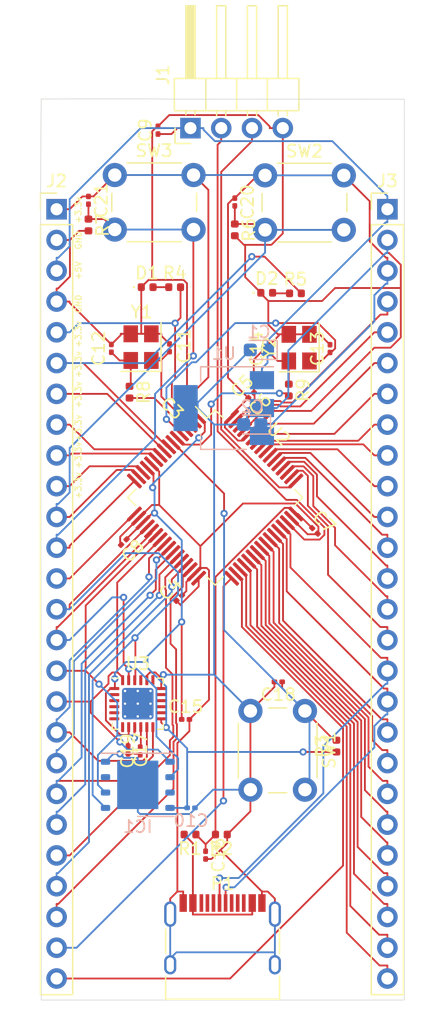
<source format=kicad_pcb>
(kicad_pcb (version 20171130) (host pcbnew "(5.1.5)-3")
  (layers (0 F.Cu signal) (31 B.Cu signal) (34 B.Paste user) (35 F.Paste user) (36 B.SilkS user) (37 F.SilkS user) (38 B.Mask user) (39 F.Mask user) (44 Edge.Cuts user))
  (net 0 "")
  (net 1 +5V)
  (net 2 GND)
  (net 3 +3V3)
  (net 4 /VBUS)
  (net 5 /OSC32_IN)
  (net 6 "Net-(C12-Pad1)")
  (net 7 /OSC8_IN)
  (net 8 "Net-(C14-Pad1)")
  (net 9 /NRST)
  (net 10 "Net-(C19-Pad2)")
  (net 11 /PA1)
  (net 12 "Net-(D1-Pad2)")
  (net 13 "Net-(D2-Pad2)")
  (net 14 /PA4)
  (net 15 /PA6)
  (net 16 "Net-(IC1-Pad3)")
  (net 17 /PA7)
  (net 18 /PA5)
  (net 19 "Net-(IC1-Pad7)")
  (net 20 /SWDIO)
  (net 21 /SWCLK)
  (net 22 /PC13)
  (net 23 /PC0)
  (net 24 /PC1)
  (net 25 /PC2)
  (net 26 /PC3)
  (net 27 /PA0)
  (net 28 /PA2)
  (net 29 /PA3)
  (net 30 /PC4)
  (net 31 /PC5)
  (net 32 /PB0)
  (net 33 /PB1)
  (net 34 /PB2)
  (net 35 /PB10)
  (net 36 /PB11)
  (net 37 /PB13)
  (net 38 /PB12)
  (net 39 /PB14)
  (net 40 /PB15)
  (net 41 /PC6)
  (net 42 /PC7)
  (net 43 /PC8)
  (net 44 /PC9)
  (net 45 /PA8)
  (net 46 /PA9)
  (net 47 /PA10)
  (net 48 /D-)
  (net 49 /D+)
  (net 50 /PA15)
  (net 51 /PC10)
  (net 52 /PC11)
  (net 53 /PC12)
  (net 54 /PD2)
  (net 55 /PB3)
  (net 56 /PB4)
  (net 57 /PB5)
  (net 58 /PB6)
  (net 59 /PB7)
  (net 60 /PB8)
  (net 61 /PB9)
  (net 62 /OSC32_OUT)
  (net 63 /OSC8_OUT)
  (net 64 "Net-(U3-Pad7)")
  (net 65 "Net-(U3-Pad21)")
  (net 66 "Net-(P1-PadA4)")
  (net 67 "Net-(P1-PadA5)")
  (net 68 "Net-(P1-PadB5)")
  (module ASSETS:USB_C_Receptacle_HRO_TYPE-C-31-M-12 (layer F.Cu) (at 105.9 152.5)
    (fp_text reference P1 (at 0 -5.645) (layer F.SilkS))
    (fp_text value USB_C_Plug_USB2.0)
    (pad B1 smd rect (at 3.25 -4.045) (size 0.6 1.45) (layers F.Cu F.Paste F.Mask) (net 2 GND))
    (pad A9 smd rect (at 2.45 -4.045) (size 0.6 1.45) (layers F.Cu F.Paste F.Mask) (net 66 "Net-(P1-PadA4)"))
    (pad B9 smd rect (at -2.45 -4.045) (size 0.6 1.45) (layers F.Cu F.Paste F.Mask) (net 66 "Net-(P1-PadA4)"))
    (pad B12 smd rect (at -3.25 -4.045) (size 0.6 1.45) (layers F.Cu F.Paste F.Mask) (net 2 GND))
    (pad A1 smd rect (at -3.25 -4.045) (size 0.6 1.45) (layers F.Cu F.Paste F.Mask) (net 2 GND))
    (pad A4 smd rect (at -2.45 -4.045) (size 0.6 1.45) (layers F.Cu F.Paste F.Mask) (net 66 "Net-(P1-PadA4)"))
    (pad B4 smd rect (at 2.45 -4.045) (size 0.6 1.45) (layers F.Cu F.Paste F.Mask) (net 66 "Net-(P1-PadA4)"))
    (pad A12 smd rect (at 3.25 -4.045) (size 0.6 1.45) (layers F.Cu F.Paste F.Mask) (net 2 GND))
    (pad B8 smd rect (at -1.75 -4.045) (size 0.3 1.45) (layers F.Cu F.Paste F.Mask))
    (pad A5 smd rect (at -1.25 -4.045) (size 0.3 1.45) (layers F.Cu F.Paste F.Mask) (net 67 "Net-(P1-PadA5)"))
    (pad B7 smd rect (at -0.75 -4.045) (size 0.3 1.45) (layers F.Cu F.Paste F.Mask))
    (pad A7 smd rect (at 0.25 -4.045) (size 0.3 1.45) (layers F.Cu F.Paste F.Mask) (net 48 /D-))
    (pad B6 smd rect (at 0.75 -4.045) (size 0.3 1.45) (layers F.Cu F.Paste F.Mask))
    (pad A8 smd rect (at 1.25 -4.045) (size 0.3 1.45) (layers F.Cu F.Paste F.Mask))
    (pad B5 smd rect (at 1.75 -4.045) (size 0.3 1.45) (layers F.Cu F.Paste F.Mask) (net 68 "Net-(P1-PadB5)"))
    (pad A6 smd rect (at -0.25 -4.045) (size 0.3 1.45) (layers F.Cu F.Paste F.Mask) (net 49 /D+))
    (pad S1 thru_hole oval (at 4.32 -3.13) (size 1 2.1) (drill oval 0.6 1.7) (layers *.Cu *.Mask) (net 2 GND))
    (pad S1 thru_hole oval (at -4.32 -3.13) (size 1 2.1) (drill oval 0.6 1.7) (layers *.Cu *.Mask) (net 2 GND))
    (pad "" np_thru_hole circle (at -2.89 -2.6) (size 0.65 0.65) (drill 0.65) (layers *.Cu *.Mask))
    (pad S1 thru_hole oval (at -4.32 1.05) (size 1 1.6) (drill oval 0.6 1.2) (layers *.Cu *.Mask) (net 2 GND))
    (pad "" np_thru_hole circle (at 2.89 -2.6) (size 0.65 0.65) (drill 0.65) (layers *.Cu *.Mask))
    (pad S1 thru_hole oval (at 4.32 1.05) (size 1 1.6) (drill oval 0.6 1.2) (layers *.Cu *.Mask) (net 2 GND))
  )
  (module Button_Switch_THT:SW_PUSH_6mm_H5mm (layer F.Cu) (at 109.41 88.39)
    (fp_text reference SW2 (at 3.25 -2) (layer F.SilkS))
    (fp_text value SW_SPST)
    (pad 1 thru_hole circle (at 6.5 0 90) (size 2 2) (drill 1.1) (layers *.Cu *.Mask) (net 3 +3V3))
    (pad 2 thru_hole circle (at 6.5 4.5 90) (size 2 2) (drill 1.1) (layers *.Cu *.Mask) (net 11 /PA1))
    (pad 1 thru_hole circle (at 0 0 90) (size 2 2) (drill 1.1) (layers *.Cu *.Mask) (net 3 +3V3))
    (pad 2 thru_hole circle (at 0 4.5 90) (size 2 2) (drill 1.1) (layers *.Cu *.Mask) (net 11 /PA1))
  )
  (module Capacitor_Tantalum_SMD:CP_EIA-1608-08_AVX-J (layer B.Cu) (at 108.9 102.8 180)
    (fp_text reference C1 (at 0 1.48) (layer B.SilkS) (effects (justify mirror)))
    (fp_text value 3.3U)
    (pad 1 smd roundrect (at -0.7125 0 180) (size 1.075 1.05) (layers B.Cu B.Paste B.Mask) (roundrect_rratio 0.238095) (net 1 +5V))
    (pad 2 smd roundrect (at 0.7125 0 180) (size 1.075 1.05) (layers B.Cu B.Paste B.Mask) (roundrect_rratio 0.238095) (net 2 GND))
  )
  (module Capacitor_Tantalum_SMD:CP_EIA-1608-08_AVX-J (layer B.Cu) (at 108.35 108.96 180)
    (fp_text reference C2 (at 0 1.48) (layer B.SilkS) (effects (justify mirror)))
    (fp_text value 3.3U)
    (pad 2 smd roundrect (at 0.7125 0 180) (size 1.075 1.05) (layers B.Cu B.Paste B.Mask) (roundrect_rratio 0.238095) (net 2 GND))
    (pad 1 smd roundrect (at -0.7125 0 180) (size 1.075 1.05) (layers B.Cu B.Paste B.Mask) (roundrect_rratio 0.238095) (net 3 +3V3))
  )
  (module Capacitor_SMD:C_0201_0603Metric (layer F.Cu) (at 102.47 106.86 135)
    (fp_text reference C3 (at 0 -1.05 135) (layer F.SilkS))
    (fp_text value 100N)
    (pad 2 smd roundrect (at 0.32 0 135) (size 0.46 0.4) (layers F.Cu F.Mask) (net 2 GND))
    (pad 1 smd roundrect (at -0.32 0 135) (size 0.46 0.4) (layers F.Cu F.Mask) (net 3 +3V3))
  )
  (module Capacitor_SMD:C_0201_0603Metric (layer F.Cu) (at 102.324 123.286 45)
    (fp_text reference C4 (at 0 -1.05 45) (layer F.SilkS))
    (fp_text value 100N)
    (pad 2 smd roundrect (at 0.32 0 45) (size 0.46 0.4) (layers F.Cu F.Mask) (net 2 GND))
    (pad 1 smd roundrect (at -0.32 0 45) (size 0.46 0.4) (layers F.Cu F.Mask) (net 3 +3V3))
  )
  (module Capacitor_SMD:C_0201_0603Metric (layer F.Cu) (at 108.25 106.54 45)
    (fp_text reference C5 (at 0 -1.05 45) (layer F.SilkS))
    (fp_text value 100N)
    (pad 2 smd roundrect (at 0.32 0 45) (size 0.46 0.4) (layers F.Cu F.Mask) (net 2 GND))
    (pad 1 smd roundrect (at -0.32 0 45) (size 0.46 0.4) (layers F.Cu F.Mask) (net 3 +3V3))
  )
  (module Capacitor_SMD:C_0201_0603Metric (layer F.Cu) (at 109.75 108.06 45)
    (fp_text reference C6 (at 0 -1.05 45) (layer F.SilkS))
    (fp_text value 100N)
    (pad 1 smd roundrect (at -0.32 0 45) (size 0.46 0.4) (layers F.Cu F.Mask) (net 3 +3V3))
    (pad 2 smd roundrect (at 0.32 0 45) (size 0.46 0.4) (layers F.Cu F.Mask) (net 2 GND))
  )
  (module Capacitor_SMD:C_0201_0603Metric (layer F.Cu) (at 113.524 117.734 315)
    (fp_text reference C7 (at 0 -1.05 135) (layer F.SilkS))
    (fp_text value 100N)
    (pad 2 smd roundrect (at 0.32 0 315) (size 0.46 0.4) (layers F.Cu F.Mask) (net 2 GND))
    (pad 1 smd roundrect (at -0.32 0 315) (size 0.46 0.4) (layers F.Cu F.Mask) (net 4 /VBUS))
  )
  (module Capacitor_SMD:C_0201_0603Metric (layer F.Cu) (at 97.75 118.66 225)
    (fp_text reference C8 (at 0 -1.05 45) (layer F.SilkS))
    (fp_text value 100N)
    (pad 1 smd roundrect (at -0.32 0 225) (size 0.46 0.4) (layers F.Cu F.Mask) (net 3 +3V3))
    (pad 2 smd roundrect (at 0.32 0 225) (size 0.46 0.4) (layers F.Cu F.Mask) (net 2 GND))
  )
  (module Capacitor_SMD:C_0201_0603Metric (layer F.Cu) (at 100.57 84.66 90)
    (fp_text reference C9 (at 0 -1.05 90) (layer F.SilkS))
    (fp_text value 100N)
    (pad 2 smd roundrect (at 0.32 0 90) (size 0.46 0.4) (layers F.Cu F.Mask) (net 2 GND))
    (pad 1 smd roundrect (at -0.32 0 90) (size 0.46 0.4) (layers F.Cu F.Mask) (net 1 +5V))
  )
  (module Capacitor_SMD:C_0201_0603Metric (layer B.Cu) (at 103.3 140.6)
    (fp_text reference C10 (at 0 1.05) (layer B.SilkS) (effects (justify mirror)))
    (fp_text value 10N)
    (pad 1 smd roundrect (at -0.32 0) (size 0.46 0.4) (layers B.Cu B.Mask) (net 3 +3V3))
    (pad 2 smd roundrect (at 0.32 0) (size 0.46 0.4) (layers B.Cu B.Mask) (net 2 GND))
  )
  (module Capacitor_SMD:C_0201_0603Metric (layer F.Cu) (at 101.52 102.625 90)
    (fp_text reference C11 (at 0.155 1.2 90) (layer F.SilkS))
    (fp_text value 50P)
    (pad 1 smd roundrect (at -0.32 0 90) (size 0.46 0.4) (layers F.Cu F.Mask) (net 5 /OSC32_IN))
    (pad 2 smd roundrect (at 0.32 0 90) (size 0.46 0.4) (layers F.Cu F.Mask) (net 2 GND))
  )
  (module Capacitor_SMD:C_0201_0603Metric (layer F.Cu) (at 96.72 102.67 90)
    (fp_text reference C12 (at 0 -1.05 90) (layer F.SilkS))
    (fp_text value 50P)
    (pad 2 smd roundrect (at 0.32 0 90) (size 0.46 0.4) (layers F.Cu F.Mask) (net 2 GND))
    (pad 1 smd roundrect (at -0.32 0 90) (size 0.46 0.4) (layers F.Cu F.Mask) (net 6 "Net-(C12-Pad1)"))
  )
  (module Capacitor_SMD:C_0201_0603Metric (layer F.Cu) (at 114.77 102.69 90)
    (fp_text reference C13 (at 0 -1.05 90) (layer F.SilkS))
    (fp_text value 50P)
    (pad 2 smd roundrect (at 0.32 0 90) (size 0.46 0.4) (layers F.Cu F.Mask) (net 2 GND))
    (pad 1 smd roundrect (at -0.32 0 90) (size 0.46 0.4) (layers F.Cu F.Mask) (net 7 /OSC8_IN))
  )
  (module Capacitor_SMD:C_0201_0603Metric (layer F.Cu) (at 109.77 102.71 90)
    (fp_text reference C14 (at 0 -1.05 90) (layer F.SilkS))
    (fp_text value 50P)
    (pad 1 smd roundrect (at -0.32 0 90) (size 0.46 0.4) (layers F.Cu F.Mask) (net 8 "Net-(C14-Pad1)"))
    (pad 2 smd roundrect (at 0.32 0 90) (size 0.46 0.4) (layers F.Cu F.Mask) (net 2 GND))
  )
  (module Capacitor_SMD:C_0201_0603Metric (layer F.Cu) (at 102.845 133.3)
    (fp_text reference C15 (at 0 -1.05) (layer F.SilkS))
    (fp_text value 10N)
    (pad 1 smd roundrect (at -0.32 0) (size 0.46 0.4) (layers F.Cu F.Mask) (net 3 +3V3))
    (pad 2 smd roundrect (at 0.32 0) (size 0.46 0.4) (layers F.Cu F.Mask) (net 2 GND))
  )
  (module Capacitor_SMD:C_0201_0603Metric (layer F.Cu) (at 104.5 144.5 270)
    (fp_text reference C16 (at 0 -1.05 90) (layer F.SilkS))
    (fp_text value 10N)
    (pad 1 smd roundrect (at -0.32 0 270) (size 0.46 0.4) (layers F.Cu F.Mask) (net 4 /VBUS))
    (pad 2 smd roundrect (at 0.32 0 270) (size 0.46 0.4) (layers F.Cu F.Mask) (net 2 GND))
  )
  (module Capacitor_SMD:C_0201_0603Metric (layer F.Cu) (at 98.1 135.82 270)
    (fp_text reference C17 (at 0 -1.05 90) (layer F.SilkS))
    (fp_text value 0.1U)
    (pad 1 smd roundrect (at -0.32 0 270) (size 0.46 0.4) (layers F.Cu F.Mask) (net 3 +3V3))
    (pad 2 smd roundrect (at 0.32 0 270) (size 0.46 0.4) (layers F.Cu F.Mask) (net 2 GND))
  )
  (module Capacitor_SMD:C_0201_0603Metric (layer F.Cu) (at 110.5 130.2 180)
    (fp_text reference C18 (at 0 -1.05) (layer F.SilkS))
    (fp_text value 10N)
    (pad 1 smd roundrect (at -0.32 0 180) (size 0.46 0.4) (layers F.Cu F.Mask) (net 9 /NRST))
    (pad 2 smd roundrect (at 0.32 0 180) (size 0.46 0.4) (layers F.Cu F.Mask) (net 2 GND))
  )
  (module Capacitor_SMD:C_0201_0603Metric (layer F.Cu) (at 99.1 135.9 90)
    (fp_text reference C19 (at 0 -1.05 90) (layer F.SilkS))
    (fp_text value 0.1U)
    (pad 2 smd roundrect (at 0.32 0 90) (size 0.46 0.4) (layers F.Cu F.Mask) (net 10 "Net-(C19-Pad2)"))
    (pad 1 smd roundrect (at -0.32 0 90) (size 0.46 0.4) (layers F.Cu F.Mask) (net 2 GND))
  )
  (module Capacitor_SMD:C_0201_0603Metric (layer F.Cu) (at 106.91 90.59 270)
    (fp_text reference C20 (at 0 -1.05 90) (layer F.SilkS))
    (fp_text value 10N)
    (pad 1 smd roundrect (at -0.32 0 270) (size 0.46 0.4) (layers F.Cu F.Mask) (net 3 +3V3))
    (pad 2 smd roundrect (at 0.32 0 270) (size 0.46 0.4) (layers F.Cu F.Mask) (net 11 /PA1))
  )
  (module Capacitor_SMD:C_0201_0603Metric (layer F.Cu) (at 94.83 90.45 270)
    (fp_text reference C21 (at 0 -1.05 90) (layer F.SilkS))
    (fp_text value 10N)
    (pad 2 smd roundrect (at 0.32 0 270) (size 0.46 0.4) (layers F.Cu F.Mask) (net 28 /PA2))
    (pad 1 smd roundrect (at -0.32 0 270) (size 0.46 0.4) (layers F.Cu F.Mask) (net 3 +3V3))
  )
  (module LED_SMD:LED_0402_1005Metric (layer F.Cu) (at 99.675 97.62)
    (fp_text reference D1 (at 0 -1.17) (layer F.SilkS))
    (fp_text value LED)
    (pad 2 smd roundrect (at 0.485 0) (size 0.59 0.64) (layers F.Cu F.Paste F.Mask) (net 12 "Net-(D1-Pad2)"))
    (pad 1 smd roundrect (at -0.485 0) (size 0.59 0.64) (layers F.Cu F.Paste F.Mask) (net 2 GND))
  )
  (module LED_SMD:LED_0402_1005Metric (layer F.Cu) (at 109.545 98.083)
    (fp_text reference D2 (at 0 -1.17) (layer F.SilkS))
    (fp_text value LED)
    (pad 1 smd roundrect (at -0.485 0) (size 0.59 0.64) (layers F.Cu F.Paste F.Mask) (net 2 GND))
    (pad 2 smd roundrect (at 0.485 0) (size 0.59 0.64) (layers F.Cu F.Paste F.Mask) (net 13 "Net-(D2-Pad2)"))
  )
  (module Package_SON:WSON-8-1EP_6x5mm_P1.27mm_EP3.4x4mm (layer B.Cu) (at 98.9 138.7)
    (fp_text reference IC1 (at 0 3.45 -180) (layer B.SilkS) (effects (justify mirror)))
    (fp_text value W25Q128JVPIQ)
    (pad 1 smd roundrect (at -2.6625 1.905) (size 0.775 0.5) (layers B.Cu B.Paste B.Mask) (net 14 /PA4))
    (pad 2 smd roundrect (at -2.6625 0.635) (size 0.775 0.5) (layers B.Cu B.Paste B.Mask) (net 15 /PA6))
    (pad 3 smd roundrect (at -2.6625 -0.635) (size 0.775 0.5) (layers B.Cu B.Paste B.Mask) (net 16 "Net-(IC1-Pad3)"))
    (pad 4 smd roundrect (at -2.6625 -1.905) (size 0.775 0.5) (layers B.Cu B.Paste B.Mask) (net 2 GND))
    (pad 5 smd roundrect (at 2.6625 -1.905) (size 0.775 0.5) (layers B.Cu B.Paste B.Mask) (net 17 /PA7))
    (pad 6 smd roundrect (at 2.6625 -0.635) (size 0.775 0.5) (layers B.Cu B.Paste B.Mask) (net 18 /PA5))
    (pad 7 smd roundrect (at 2.6625 0.635) (size 0.775 0.5) (layers B.Cu B.Paste B.Mask) (net 19 "Net-(IC1-Pad7)"))
    (pad 8 smd roundrect (at 2.6625 1.905) (size 0.775 0.5) (layers B.Cu B.Paste B.Mask) (net 3 +3V3))
    (pad 9 smd rect (at 0 0) (size 3.4 4) (layers B.Cu B.Mask) (net 2 GND))
  )
  (module Connector_PinHeader_2.54mm:PinHeader_1x04_P2.54mm_Horizontal (layer F.Cu) (at 103.25 84.49 90)
    (fp_text reference J1 (at 4.385 -2.27 90) (layer F.SilkS))
    (fp_text value Conn_01x04)
    (pad 1 thru_hole rect (at 0 0 90) (size 1.7 1.7) (drill 1) (layers *.Cu *.Mask) (net 1 +5V))
    (pad 2 thru_hole oval (at 0 2.54 90) (size 1.7 1.7) (drill 1) (layers *.Cu *.Mask) (net 20 /SWDIO))
    (pad 3 thru_hole oval (at 0 5.08 90) (size 1.7 1.7) (drill 1) (layers *.Cu *.Mask) (net 21 /SWCLK))
    (pad 4 thru_hole oval (at 0 7.62 90) (size 1.7 1.7) (drill 1) (layers *.Cu *.Mask) (net 2 GND))
  )
  (module Connector_PinHeader_2.54mm:PinHeader_1x26_P2.54mm_Vertical (layer F.Cu) (at 92.2 91.186)
    (fp_text reference J2 (at 0 -2.33) (layer F.SilkS))
    (fp_text value Conn_01x26)
    (pad 1 thru_hole rect (at 0 0) (size 1.7 1.7) (drill 1) (layers *.Cu *.Mask) (net 3 +3V3))
    (pad 2 thru_hole oval (at 0 2.54) (size 1.7 1.7) (drill 1) (layers *.Cu *.Mask) (net 2 GND))
    (pad 3 thru_hole oval (at 0 5.08) (size 1.7 1.7) (drill 1) (layers *.Cu *.Mask) (net 1 +5V))
    (pad 4 thru_hole oval (at 0 7.62) (size 1.7 1.7) (drill 1) (layers *.Cu *.Mask) (net 2 GND))
    (pad 5 thru_hole oval (at 0 10.16) (size 1.7 1.7) (drill 1) (layers *.Cu *.Mask) (net 22 /PC13))
    (pad 6 thru_hole oval (at 0 12.7) (size 1.7 1.7) (drill 1) (layers *.Cu *.Mask) (net 23 /PC0))
    (pad 7 thru_hole oval (at 0 15.24) (size 1.7 1.7) (drill 1) (layers *.Cu *.Mask) (net 24 /PC1))
    (pad 8 thru_hole oval (at 0 17.78) (size 1.7 1.7) (drill 1) (layers *.Cu *.Mask) (net 25 /PC2))
    (pad 9 thru_hole oval (at 0 20.32) (size 1.7 1.7) (drill 1) (layers *.Cu *.Mask) (net 26 /PC3))
    (pad 10 thru_hole oval (at 0 22.86) (size 1.7 1.7) (drill 1) (layers *.Cu *.Mask) (net 27 /PA0))
    (pad 11 thru_hole oval (at 0 25.4) (size 1.7 1.7) (drill 1) (layers *.Cu *.Mask) (net 11 /PA1))
    (pad 12 thru_hole oval (at 0 27.94) (size 1.7 1.7) (drill 1) (layers *.Cu *.Mask) (net 28 /PA2))
    (pad 13 thru_hole oval (at 0 30.48) (size 1.7 1.7) (drill 1) (layers *.Cu *.Mask) (net 29 /PA3))
    (pad 14 thru_hole oval (at 0 33.02) (size 1.7 1.7) (drill 1) (layers *.Cu *.Mask) (net 14 /PA4))
    (pad 15 thru_hole oval (at 0 35.56) (size 1.7 1.7) (drill 1) (layers *.Cu *.Mask) (net 18 /PA5))
    (pad 16 thru_hole oval (at 0 38.1) (size 1.7 1.7) (drill 1) (layers *.Cu *.Mask) (net 15 /PA6))
    (pad 17 thru_hole oval (at 0 40.64) (size 1.7 1.7) (drill 1) (layers *.Cu *.Mask) (net 17 /PA7))
    (pad 18 thru_hole oval (at 0 43.18) (size 1.7 1.7) (drill 1) (layers *.Cu *.Mask) (net 30 /PC4))
    (pad 19 thru_hole oval (at 0 45.72) (size 1.7 1.7) (drill 1) (layers *.Cu *.Mask) (net 31 /PC5))
    (pad 20 thru_hole oval (at 0 48.26) (size 1.7 1.7) (drill 1) (layers *.Cu *.Mask) (net 32 /PB0))
    (pad 21 thru_hole oval (at 0 50.8) (size 1.7 1.7) (drill 1) (layers *.Cu *.Mask) (net 33 /PB1))
    (pad 22 thru_hole oval (at 0 53.34) (size 1.7 1.7) (drill 1) (layers *.Cu *.Mask) (net 34 /PB2))
    (pad 23 thru_hole oval (at 0 55.88) (size 1.7 1.7) (drill 1) (layers *.Cu *.Mask) (net 35 /PB10))
    (pad 24 thru_hole oval (at 0 58.42) (size 1.7 1.7) (drill 1) (layers *.Cu *.Mask) (net 36 /PB11))
    (pad 25 thru_hole oval (at 0 60.96) (size 1.7 1.7) (drill 1) (layers *.Cu *.Mask) (net 38 /PB12))
    (pad 26 thru_hole oval (at 0 63.5) (size 1.7 1.7) (drill 1) (layers *.Cu *.Mask) (net 37 /PB13))
  )
  (module Connector_PinHeader_2.54mm:PinHeader_1x26_P2.54mm_Vertical (layer F.Cu) (at 119.507 91.186)
    (fp_text reference J3 (at 0 -2.33) (layer F.SilkS))
    (fp_text value Conn_01x26)
    (pad 26 thru_hole oval (at 0 63.5) (size 1.7 1.7) (drill 1) (layers *.Cu *.Mask) (net 39 /PB14))
    (pad 25 thru_hole oval (at 0 60.96) (size 1.7 1.7) (drill 1) (layers *.Cu *.Mask) (net 40 /PB15))
    (pad 24 thru_hole oval (at 0 58.42) (size 1.7 1.7) (drill 1) (layers *.Cu *.Mask) (net 41 /PC6))
    (pad 23 thru_hole oval (at 0 55.88) (size 1.7 1.7) (drill 1) (layers *.Cu *.Mask) (net 42 /PC7))
    (pad 22 thru_hole oval (at 0 53.34) (size 1.7 1.7) (drill 1) (layers *.Cu *.Mask) (net 43 /PC8))
    (pad 21 thru_hole oval (at 0 50.8) (size 1.7 1.7) (drill 1) (layers *.Cu *.Mask) (net 44 /PC9))
    (pad 20 thru_hole oval (at 0 48.26) (size 1.7 1.7) (drill 1) (layers *.Cu *.Mask) (net 45 /PA8))
    (pad 19 thru_hole oval (at 0 45.72) (size 1.7 1.7) (drill 1) (layers *.Cu *.Mask) (net 46 /PA9))
    (pad 18 thru_hole oval (at 0 43.18) (size 1.7 1.7) (drill 1) (layers *.Cu *.Mask) (net 47 /PA10))
    (pad 17 thru_hole oval (at 0 40.64) (size 1.7 1.7) (drill 1) (layers *.Cu *.Mask) (net 48 /D-))
    (pad 16 thru_hole oval (at 0 38.1) (size 1.7 1.7) (drill 1) (layers *.Cu *.Mask) (net 49 /D+))
    (pad 15 thru_hole oval (at 0 35.56) (size 1.7 1.7) (drill 1) (layers *.Cu *.Mask) (net 50 /PA15))
    (pad 14 thru_hole oval (at 0 33.02) (size 1.7 1.7) (drill 1) (layers *.Cu *.Mask) (net 51 /PC10))
    (pad 13 thru_hole oval (at 0 30.48) (size 1.7 1.7) (drill 1) (layers *.Cu *.Mask) (net 52 /PC11))
    (pad 12 thru_hole oval (at 0 27.94) (size 1.7 1.7) (drill 1) (layers *.Cu *.Mask) (net 53 /PC12))
    (pad 11 thru_hole oval (at 0 25.4) (size 1.7 1.7) (drill 1) (layers *.Cu *.Mask) (net 54 /PD2))
    (pad 10 thru_hole oval (at 0 22.86) (size 1.7 1.7) (drill 1) (layers *.Cu *.Mask) (net 55 /PB3))
    (pad 9 thru_hole oval (at 0 20.32) (size 1.7 1.7) (drill 1) (layers *.Cu *.Mask) (net 56 /PB4))
    (pad 8 thru_hole oval (at 0 17.78) (size 1.7 1.7) (drill 1) (layers *.Cu *.Mask) (net 57 /PB5))
    (pad 7 thru_hole oval (at 0 15.24) (size 1.7 1.7) (drill 1) (layers *.Cu *.Mask) (net 58 /PB6))
    (pad 6 thru_hole oval (at 0 12.7) (size 1.7 1.7) (drill 1) (layers *.Cu *.Mask) (net 59 /PB7))
    (pad 5 thru_hole oval (at 0 10.16) (size 1.7 1.7) (drill 1) (layers *.Cu *.Mask) (net 60 /PB8))
    (pad 4 thru_hole oval (at 0 7.62) (size 1.7 1.7) (drill 1) (layers *.Cu *.Mask) (net 61 /PB9))
    (pad 3 thru_hole oval (at 0 5.08) (size 1.7 1.7) (drill 1) (layers *.Cu *.Mask) (net 3 +3V3))
    (pad 2 thru_hole oval (at 0 2.54) (size 1.7 1.7) (drill 1) (layers *.Cu *.Mask) (net 2 GND))
    (pad 1 thru_hole rect (at 0 0) (size 1.7 1.7) (drill 1) (layers *.Cu *.Mask) (net 1 +5V))
  )
  (module Resistor_SMD:R_0402_1005Metric (layer F.Cu) (at 103.215 142.8 180)
    (fp_text reference R1 (at 0 -1.17) (layer F.SilkS))
    (fp_text value 1.1K)
    (pad 2 smd roundrect (at 0.485 0 180) (size 0.59 0.64) (layers F.Cu F.Paste F.Mask) (net 66 "Net-(P1-PadA4)"))
    (pad 1 smd roundrect (at -0.485 0 180) (size 0.59 0.64) (layers F.Cu F.Paste F.Mask) (net 4 /VBUS))
  )
  (module Resistor_SMD:R_0402_1005Metric (layer F.Cu) (at 105.8 142.8 180)
    (fp_text reference R2 (at 0 -1.17) (layer F.SilkS))
    (fp_text value 2K)
    (pad 1 smd roundrect (at -0.485 0 180) (size 0.59 0.64) (layers F.Cu F.Paste F.Mask) (net 2 GND))
    (pad 2 smd roundrect (at 0.485 0 180) (size 0.59 0.64) (layers F.Cu F.Paste F.Mask) (net 4 /VBUS))
  )
  (module Resistor_SMD:R_0402_1005Metric (layer F.Cu) (at 115.3 135.5 90)
    (fp_text reference R3 (at 0 -1.17 90) (layer F.SilkS))
    (fp_text value 4.7K)
    (pad 1 smd roundrect (at -0.485 0 90) (size 0.59 0.64) (layers F.Cu F.Paste F.Mask) (net 3 +3V3))
    (pad 2 smd roundrect (at 0.485 0 90) (size 0.59 0.64) (layers F.Cu F.Paste F.Mask) (net 9 /NRST))
  )
  (module Resistor_SMD:R_0402_1005Metric (layer F.Cu) (at 101.945 97.62)
    (fp_text reference R4 (at 0 -1.17) (layer F.SilkS))
    (fp_text value 4.7K)
    (pad 2 smd roundrect (at 0.485 0) (size 0.59 0.64) (layers F.Cu F.Paste F.Mask) (net 22 /PC13))
    (pad 1 smd roundrect (at -0.485 0) (size 0.59 0.64) (layers F.Cu F.Paste F.Mask) (net 12 "Net-(D1-Pad2)"))
  )
  (module Resistor_SMD:R_0402_1005Metric (layer F.Cu) (at 111.915 98.13)
    (fp_text reference R5 (at 0 -1.17) (layer F.SilkS))
    (fp_text value 4.7K)
    (pad 1 smd roundrect (at -0.485 0) (size 0.59 0.64) (layers F.Cu F.Paste F.Mask) (net 13 "Net-(D2-Pad2)"))
    (pad 2 smd roundrect (at 0.485 0) (size 0.59 0.64) (layers F.Cu F.Paste F.Mask) (net 23 /PC0))
  )
  (module Resistor_SMD:R_0402_1005Metric (layer F.Cu) (at 106.91 92.89 270)
    (fp_text reference R6 (at 0 -1.17 90) (layer F.SilkS))
    (fp_text value 4.7K)
    (pad 1 smd roundrect (at -0.485 0 270) (size 0.59 0.64) (layers F.Cu F.Paste F.Mask) (net 11 /PA1))
    (pad 2 smd roundrect (at 0.485 0 270) (size 0.59 0.64) (layers F.Cu F.Paste F.Mask) (net 2 GND))
  )
  (module Resistor_SMD:R_0402_1005Metric (layer F.Cu) (at 94.83 92.485 270)
    (fp_text reference R7 (at 0 -1.17 90) (layer F.SilkS))
    (fp_text value 4.7K)
    (pad 2 smd roundrect (at 0.485 0 270) (size 0.59 0.64) (layers F.Cu F.Paste F.Mask) (net 2 GND))
    (pad 1 smd roundrect (at -0.485 0 270) (size 0.59 0.64) (layers F.Cu F.Paste F.Mask) (net 28 /PA2))
  )
  (module Resistor_SMD:R_0402_1005Metric (layer F.Cu) (at 98.22 106.285 270)
    (fp_text reference R8 (at 0 -1.17 90) (layer F.SilkS))
    (fp_text value 1M)
    (pad 2 smd roundrect (at 0.485 0 270) (size 0.59 0.64) (layers F.Cu F.Paste F.Mask) (net 62 /OSC32_OUT))
    (pad 1 smd roundrect (at -0.485 0 270) (size 0.59 0.64) (layers F.Cu F.Paste F.Mask) (net 6 "Net-(C12-Pad1)"))
  )
  (module Resistor_SMD:R_0402_1005Metric (layer F.Cu) (at 111.37 106.11 270)
    (fp_text reference R9 (at 0 -1.17 90) (layer F.SilkS))
    (fp_text value 1M)
    (pad 1 smd roundrect (at -0.485 0 270) (size 0.59 0.64) (layers F.Cu F.Paste F.Mask) (net 8 "Net-(C14-Pad1)"))
    (pad 2 smd roundrect (at 0.485 0 270) (size 0.59 0.64) (layers F.Cu F.Paste F.Mask) (net 63 /OSC8_OUT))
  )
  (module Button_Switch_THT:SW_PUSH_6mm_H5mm (layer F.Cu) (at 112.7 132.6 270)
    (fp_text reference SW1 (at 3.25 -2 90) (layer F.SilkS))
    (fp_text value SW_SPST)
    (pad 2 thru_hole circle (at 0 4.5) (size 2 2) (drill 1.1) (layers *.Cu *.Mask) (net 2 GND))
    (pad 1 thru_hole circle (at 0 0) (size 2 2) (drill 1.1) (layers *.Cu *.Mask) (net 9 /NRST))
    (pad 2 thru_hole circle (at 6.5 4.5) (size 2 2) (drill 1.1) (layers *.Cu *.Mask) (net 2 GND))
    (pad 1 thru_hole circle (at 6.5 0) (size 2 2) (drill 1.1) (layers *.Cu *.Mask) (net 9 /NRST))
  )
  (module Button_Switch_THT:SW_PUSH_6mm_H5mm (layer F.Cu) (at 97.004 88.363)
    (fp_text reference SW3 (at 3.25 -2) (layer F.SilkS))
    (fp_text value SW_SPST)
    (pad 2 thru_hole circle (at 0 4.5 90) (size 2 2) (drill 1.1) (layers *.Cu *.Mask) (net 28 /PA2))
    (pad 1 thru_hole circle (at 0 0 90) (size 2 2) (drill 1.1) (layers *.Cu *.Mask) (net 3 +3V3))
    (pad 2 thru_hole circle (at 6.5 4.5 90) (size 2 2) (drill 1.1) (layers *.Cu *.Mask) (net 28 /PA2))
    (pad 1 thru_hole circle (at 6.5 0 90) (size 2 2) (drill 1.1) (layers *.Cu *.Mask) (net 3 +3V3))
  )
  (module Package_TO_SOT_SMD:SOT-223-3_TabPin2 (layer B.Cu) (at 106 107.6 180)
    (fp_text reference U1 (at 0 4.5) (layer B.SilkS) (effects (justify mirror)))
    (fp_text value LT1129-3.3_SOT223)
    (pad 2 smd rect (at 3.15 0 180) (size 2 3.8) (layers B.Cu B.Paste B.Mask) (net 2 GND))
    (pad 2 smd rect (at -3.15 0 180) (size 2 1.5) (layers B.Cu B.Paste B.Mask) (net 2 GND))
    (pad 3 smd rect (at -3.15 -2.3 180) (size 2 1.5) (layers B.Cu B.Paste B.Mask) (net 3 +3V3))
    (pad 1 smd rect (at -3.15 2.3 180) (size 2 1.5) (layers B.Cu B.Paste B.Mask) (net 1 +5V))
  )
  (module Package_QFP:LQFP-64_10x10mm_P0.5mm (layer F.Cu) (at 105.287 114.98 315)
    (fp_text reference U2 (at 0 -7.4 135) (layer F.SilkS))
    (fp_text value STM32L476RCTx)
    (pad 1 smd roundrect (at -5.675 -3.75 315) (size 1.55 0.3) (layers F.Cu F.Paste F.Mask) (net 3 +3V3))
    (pad 2 smd roundrect (at -5.675 -3.25 315) (size 1.55 0.3) (layers F.Cu F.Paste F.Mask) (net 22 /PC13))
    (pad 3 smd roundrect (at -5.675 -2.75 315) (size 1.55 0.3) (layers F.Cu F.Paste F.Mask) (net 5 /OSC32_IN))
    (pad 4 smd roundrect (at -5.675 -2.25 315) (size 1.55 0.3) (layers F.Cu F.Paste F.Mask) (net 62 /OSC32_OUT))
    (pad 5 smd roundrect (at -5.675 -1.75 315) (size 1.55 0.3) (layers F.Cu F.Paste F.Mask) (net 7 /OSC8_IN))
    (pad 6 smd roundrect (at -5.675 -1.25 315) (size 1.55 0.3) (layers F.Cu F.Paste F.Mask) (net 63 /OSC8_OUT))
    (pad 7 smd roundrect (at -5.675 -0.75 315) (size 1.55 0.3) (layers F.Cu F.Paste F.Mask) (net 9 /NRST))
    (pad 8 smd roundrect (at -5.675 -0.25 315) (size 1.55 0.3) (layers F.Cu F.Paste F.Mask) (net 23 /PC0))
    (pad 9 smd roundrect (at -5.675 0.25 315) (size 1.55 0.3) (layers F.Cu F.Paste F.Mask) (net 24 /PC1))
    (pad 10 smd roundrect (at -5.675 0.75 315) (size 1.55 0.3) (layers F.Cu F.Paste F.Mask) (net 25 /PC2))
    (pad 11 smd roundrect (at -5.675 1.25 315) (size 1.55 0.3) (layers F.Cu F.Paste F.Mask) (net 26 /PC3))
    (pad 12 smd roundrect (at -5.675 1.75 315) (size 1.55 0.3) (layers F.Cu F.Paste F.Mask) (net 2 GND))
    (pad 13 smd roundrect (at -5.675 2.25 315) (size 1.55 0.3) (layers F.Cu F.Paste F.Mask) (net 3 +3V3))
    (pad 14 smd roundrect (at -5.675 2.75 315) (size 1.55 0.3) (layers F.Cu F.Paste F.Mask) (net 27 /PA0))
    (pad 15 smd roundrect (at -5.675 3.25 315) (size 1.55 0.3) (layers F.Cu F.Paste F.Mask) (net 11 /PA1))
    (pad 16 smd roundrect (at -5.675 3.75 315) (size 1.55 0.3) (layers F.Cu F.Paste F.Mask) (net 28 /PA2))
    (pad 17 smd roundrect (at -3.75 5.675 315) (size 0.3 1.55) (layers F.Cu F.Paste F.Mask) (net 29 /PA3))
    (pad 18 smd roundrect (at -3.25 5.675 315) (size 0.3 1.55) (layers F.Cu F.Paste F.Mask) (net 2 GND))
    (pad 19 smd roundrect (at -2.75 5.675 315) (size 0.3 1.55) (layers F.Cu F.Paste F.Mask) (net 3 +3V3))
    (pad 20 smd roundrect (at -2.25 5.675 315) (size 0.3 1.55) (layers F.Cu F.Paste F.Mask) (net 14 /PA4))
    (pad 21 smd roundrect (at -1.75 5.675 315) (size 0.3 1.55) (layers F.Cu F.Paste F.Mask) (net 18 /PA5))
    (pad 22 smd roundrect (at -1.25 5.675 315) (size 0.3 1.55) (layers F.Cu F.Paste F.Mask) (net 15 /PA6))
    (pad 23 smd roundrect (at -0.75 5.675 315) (size 0.3 1.55) (layers F.Cu F.Paste F.Mask) (net 17 /PA7))
    (pad 24 smd roundrect (at -0.25 5.675 315) (size 0.3 1.55) (layers F.Cu F.Paste F.Mask) (net 30 /PC4))
    (pad 25 smd roundrect (at 0.25 5.675 315) (size 0.3 1.55) (layers F.Cu F.Paste F.Mask) (net 31 /PC5))
    (pad 26 smd roundrect (at 0.75 5.675 315) (size 0.3 1.55) (layers F.Cu F.Paste F.Mask) (net 32 /PB0))
    (pad 27 smd roundrect (at 1.25 5.675 315) (size 0.3 1.55) (layers F.Cu F.Paste F.Mask) (net 33 /PB1))
    (pad 28 smd roundrect (at 1.75 5.675 315) (size 0.3 1.55) (layers F.Cu F.Paste F.Mask) (net 34 /PB2))
    (pad 29 smd roundrect (at 2.25 5.675 315) (size 0.3 1.55) (layers F.Cu F.Paste F.Mask) (net 35 /PB10))
    (pad 30 smd roundrect (at 2.75 5.675 315) (size 0.3 1.55) (layers F.Cu F.Paste F.Mask) (net 36 /PB11))
    (pad 31 smd roundrect (at 3.25 5.675 315) (size 0.3 1.55) (layers F.Cu F.Paste F.Mask) (net 2 GND))
    (pad 32 smd roundrect (at 3.75 5.675 315) (size 0.3 1.55) (layers F.Cu F.Paste F.Mask) (net 3 +3V3))
    (pad 33 smd roundrect (at 5.675 3.75 315) (size 1.55 0.3) (layers F.Cu F.Paste F.Mask) (net 38 /PB12))
    (pad 34 smd roundrect (at 5.675 3.25 315) (size 1.55 0.3) (layers F.Cu F.Paste F.Mask) (net 37 /PB13))
    (pad 35 smd roundrect (at 5.675 2.75 315) (size 1.55 0.3) (layers F.Cu F.Paste F.Mask) (net 39 /PB14))
    (pad 36 smd roundrect (at 5.675 2.25 315) (size 1.55 0.3) (layers F.Cu F.Paste F.Mask) (net 40 /PB15))
    (pad 37 smd roundrect (at 5.675 1.75 315) (size 1.55 0.3) (layers F.Cu F.Paste F.Mask) (net 41 /PC6))
    (pad 38 smd roundrect (at 5.675 1.25 315) (size 1.55 0.3) (layers F.Cu F.Paste F.Mask) (net 42 /PC7))
    (pad 39 smd roundrect (at 5.675 0.75 315) (size 1.55 0.3) (layers F.Cu F.Paste F.Mask) (net 43 /PC8))
    (pad 40 smd roundrect (at 5.675 0.25 315) (size 1.55 0.3) (layers F.Cu F.Paste F.Mask) (net 44 /PC9))
    (pad 41 smd roundrect (at 5.675 -0.25 315) (size 1.55 0.3) (layers F.Cu F.Paste F.Mask) (net 45 /PA8))
    (pad 42 smd roundrect (at 5.675 -0.75 315) (size 1.55 0.3) (layers F.Cu F.Paste F.Mask) (net 46 /PA9))
    (pad 43 smd roundrect (at 5.675 -1.25 315) (size 1.55 0.3) (layers F.Cu F.Paste F.Mask) (net 47 /PA10))
    (pad 44 smd roundrect (at 5.675 -1.75 315) (size 1.55 0.3) (layers F.Cu F.Paste F.Mask) (net 48 /D-))
    (pad 45 smd roundrect (at 5.675 -2.25 315) (size 1.55 0.3) (layers F.Cu F.Paste F.Mask) (net 49 /D+))
    (pad 46 smd roundrect (at 5.675 -2.75 315) (size 1.55 0.3) (layers F.Cu F.Paste F.Mask) (net 20 /SWDIO))
    (pad 47 smd roundrect (at 5.675 -3.25 315) (size 1.55 0.3) (layers F.Cu F.Paste F.Mask) (net 2 GND))
    (pad 48 smd roundrect (at 5.675 -3.75 315) (size 1.55 0.3) (layers F.Cu F.Paste F.Mask) (net 4 /VBUS))
    (pad 49 smd roundrect (at 3.75 -5.675 315) (size 0.3 1.55) (layers F.Cu F.Paste F.Mask) (net 21 /SWCLK))
    (pad 50 smd roundrect (at 3.25 -5.675 315) (size 0.3 1.55) (layers F.Cu F.Paste F.Mask) (net 50 /PA15))
    (pad 51 smd roundrect (at 2.75 -5.675 315) (size 0.3 1.55) (layers F.Cu F.Paste F.Mask) (net 51 /PC10))
    (pad 52 smd roundrect (at 2.25 -5.675 315) (size 0.3 1.55) (layers F.Cu F.Paste F.Mask) (net 52 /PC11))
    (pad 53 smd roundrect (at 1.75 -5.675 315) (size 0.3 1.55) (layers F.Cu F.Paste F.Mask) (net 53 /PC12))
    (pad 54 smd roundrect (at 1.25 -5.675 315) (size 0.3 1.55) (layers F.Cu F.Paste F.Mask) (net 54 /PD2))
    (pad 55 smd roundrect (at 0.75 -5.675 315) (size 0.3 1.55) (layers F.Cu F.Paste F.Mask) (net 55 /PB3))
    (pad 56 smd roundrect (at 0.25 -5.675 315) (size 0.3 1.55) (layers F.Cu F.Paste F.Mask) (net 56 /PB4))
    (pad 57 smd roundrect (at -0.25 -5.675 315) (size 0.3 1.55) (layers F.Cu F.Paste F.Mask) (net 57 /PB5))
    (pad 58 smd roundrect (at -0.75 -5.675 315) (size 0.3 1.55) (layers F.Cu F.Paste F.Mask) (net 58 /PB6))
    (pad 59 smd roundrect (at -1.25 -5.675 315) (size 0.3 1.55) (layers F.Cu F.Paste F.Mask) (net 59 /PB7))
    (pad 60 smd roundrect (at -1.75 -5.675 315) (size 0.3 1.55) (layers F.Cu F.Paste F.Mask) (net 3 +3V3))
    (pad 61 smd roundrect (at -2.25 -5.675 315) (size 0.3 1.55) (layers F.Cu F.Paste F.Mask) (net 60 /PB8))
    (pad 62 smd roundrect (at -2.75 -5.675 315) (size 0.3 1.55) (layers F.Cu F.Paste F.Mask) (net 61 /PB9))
    (pad 63 smd roundrect (at -3.25 -5.675 315) (size 0.3 1.55) (layers F.Cu F.Paste F.Mask) (net 2 GND))
    (pad 64 smd roundrect (at -3.75 -5.675 315) (size 0.3 1.55) (layers F.Cu F.Paste F.Mask) (net 3 +3V3))
  )
  (module Package_DFN_QFN:QFN-24-1EP_4x4mm_P0.5mm_EP2.6x2.6mm_ThermalVias (layer F.Cu) (at 98.9 132)
    (fp_text reference U3 (at 0 -3.3) (layer F.SilkS))
    (fp_text value MPU-9250)
    (pad 25 smd roundrect (at 0 0) (size 2.6 2.6) (layers F.Cu F.Mask) (roundrect_rratio 0.096154))
    (pad 25 thru_hole circle (at -1.05 -1.05) (size 0.5 0.5) (drill 0.2) (layers *.Cu))
    (pad 25 thru_hole circle (at 0 -1.05) (size 0.5 0.5) (drill 0.2) (layers *.Cu))
    (pad 25 thru_hole circle (at 1.05 -1.05) (size 0.5 0.5) (drill 0.2) (layers *.Cu))
    (pad 25 thru_hole circle (at -1.05 0) (size 0.5 0.5) (drill 0.2) (layers *.Cu))
    (pad 25 thru_hole circle (at 0 0) (size 0.5 0.5) (drill 0.2) (layers *.Cu))
    (pad 25 thru_hole circle (at 1.05 0) (size 0.5 0.5) (drill 0.2) (layers *.Cu))
    (pad 25 thru_hole circle (at -1.05 1.05) (size 0.5 0.5) (drill 0.2) (layers *.Cu))
    (pad 25 thru_hole circle (at 0 1.05) (size 0.5 0.5) (drill 0.2) (layers *.Cu))
    (pad 25 thru_hole circle (at 1.05 1.05) (size 0.5 0.5) (drill 0.2) (layers *.Cu))
    (pad 25 smd roundrect (at 0 0) (size 2.6 2.6) (layers B.Cu) (roundrect_rratio 0.096154))
    (pad 1 smd roundrect (at -1.9375 -1.25) (size 0.825 0.25) (layers F.Cu F.Paste F.Mask) (net 3 +3V3))
    (pad 2 smd roundrect (at -1.9375 -0.75) (size 0.825 0.25) (layers F.Cu F.Paste F.Mask))
    (pad 3 smd roundrect (at -1.9375 -0.25) (size 0.825 0.25) (layers F.Cu F.Paste F.Mask))
    (pad 4 smd roundrect (at -1.9375 0.25) (size 0.825 0.25) (layers F.Cu F.Paste F.Mask))
    (pad 5 smd roundrect (at -1.9375 0.75) (size 0.825 0.25) (layers F.Cu F.Paste F.Mask))
    (pad 6 smd roundrect (at -1.9375 1.25) (size 0.825 0.25) (layers F.Cu F.Paste F.Mask))
    (pad 7 smd roundrect (at -1.25 1.9375) (size 0.25 0.825) (layers F.Cu F.Paste F.Mask) (net 64 "Net-(U3-Pad7)"))
    (pad 8 smd roundrect (at -0.75 1.9375) (size 0.25 0.825) (layers F.Cu F.Paste F.Mask) (net 3 +3V3))
    (pad 9 smd roundrect (at -0.25 1.9375) (size 0.25 0.825) (layers F.Cu F.Paste F.Mask) (net 15 /PA6))
    (pad 10 smd roundrect (at 0.25 1.9375) (size 0.25 0.825) (layers F.Cu F.Paste F.Mask) (net 10 "Net-(C19-Pad2)"))
    (pad 11 smd roundrect (at 0.75 1.9375) (size 0.25 0.825) (layers F.Cu F.Paste F.Mask) (net 30 /PC4))
    (pad 12 smd roundrect (at 1.25 1.9375) (size 0.25 0.825) (layers F.Cu F.Paste F.Mask) (net 32 /PB0))
    (pad 13 smd roundrect (at 1.9375 1.25) (size 0.825 0.25) (layers F.Cu F.Paste F.Mask) (net 3 +3V3))
    (pad 14 smd roundrect (at 1.9375 0.75) (size 0.825 0.25) (layers F.Cu F.Paste F.Mask))
    (pad 15 smd roundrect (at 1.9375 0.25) (size 0.825 0.25) (layers F.Cu F.Paste F.Mask))
    (pad 16 smd roundrect (at 1.9375 -0.25) (size 0.825 0.25) (layers F.Cu F.Paste F.Mask))
    (pad 17 smd roundrect (at 1.9375 -0.75) (size 0.825 0.25) (layers F.Cu F.Paste F.Mask))
    (pad 18 smd roundrect (at 1.9375 -1.25) (size 0.825 0.25) (layers F.Cu F.Paste F.Mask) (net 2 GND))
    (pad 19 smd roundrect (at 1.25 -1.9375) (size 0.25 0.825) (layers F.Cu F.Paste F.Mask))
    (pad 20 smd roundrect (at 0.75 -1.9375) (size 0.25 0.825) (layers F.Cu F.Paste F.Mask) (net 2 GND))
    (pad 21 smd roundrect (at 0.25 -1.9375) (size 0.25 0.825) (layers F.Cu F.Paste F.Mask) (net 65 "Net-(U3-Pad21)"))
    (pad 22 smd roundrect (at -0.25 -1.9375) (size 0.25 0.825) (layers F.Cu F.Paste F.Mask) (net 14 /PA4))
    (pad 23 smd roundrect (at -0.75 -1.9375) (size 0.25 0.825) (layers F.Cu F.Paste F.Mask) (net 18 /PA5))
    (pad 24 smd roundrect (at -1.25 -1.9375) (size 0.25 0.825) (layers F.Cu F.Paste F.Mask) (net 17 /PA7))
  )
  (module Crystal:Crystal_SMD_3225-4Pin_3.2x2.5mm (layer F.Cu) (at 99.17 102.57 90)
    (fp_text reference Y1 (at 2.9 0.05 180) (layer F.SilkS))
    (fp_text value 8MHz)
    (pad 1 smd rect (at -1.1 0.85 90) (size 1.4 1.2) (layers F.Cu F.Paste F.Mask) (net 5 /OSC32_IN))
    (pad 2 smd rect (at 1.1 0.85 90) (size 1.4 1.2) (layers F.Cu F.Paste F.Mask) (net 2 GND))
    (pad 3 smd rect (at 1.1 -0.85 90) (size 1.4 1.2) (layers F.Cu F.Paste F.Mask) (net 2 GND))
    (pad 4 smd rect (at -1.1 -0.85 90) (size 1.4 1.2) (layers F.Cu F.Paste F.Mask) (net 6 "Net-(C12-Pad1)"))
  )
  (module Crystal:Crystal_SMD_3225-4Pin_3.2x2.5mm (layer F.Cu) (at 112.22 102.61 90)
    (fp_text reference Y2 (at 0 -2.45 90) (layer F.SilkS))
    (fp_text value 32.768K)
    (pad 4 smd rect (at -1.1 -0.85 90) (size 1.4 1.2) (layers F.Cu F.Paste F.Mask) (net 8 "Net-(C14-Pad1)"))
    (pad 3 smd rect (at 1.1 -0.85 90) (size 1.4 1.2) (layers F.Cu F.Paste F.Mask) (net 2 GND))
    (pad 2 smd rect (at 1.1 0.85 90) (size 1.4 1.2) (layers F.Cu F.Paste F.Mask) (net 2 GND))
    (pad 1 smd rect (at -1.1 0.85 90) (size 1.4 1.2) (layers F.Cu F.Paste F.Mask) (net 7 /OSC8_IN))
  )
  (gr_text +3.3v (at 94 114 90) (layer F.SilkS) (effects (font (size 0.5 0.5) (thickness 0.1))))
  (gr_text +3.3v (at 94 111.5 90) (layer F.SilkS) (effects (font (size 0.5 0.5) (thickness 0.1))))
  (gr_text +3.3v (at 94 109.25 90) (layer F.SilkS) (effects (font (size 0.5 0.5) (thickness 0.1))))
  (gr_text +3.3v (at 94 106.5 90) (layer F.SilkS) (effects (font (size 0.5 0.5) (thickness 0.1))))
  (gr_text +3.3v (at 94 104 90) (layer F.SilkS) (effects (font (size 0.5 0.5) (thickness 0.1))))
  (gr_text +3.3v (at 94 101.5 90) (layer F.SilkS) (effects (font (size 0.5 0.5) (thickness 0.1))))
  (gr_text GND (at 94 99 90) (layer F.SilkS) (effects (font (size 0.5 0.5) (thickness 0.1))))
  (gr_text +5V (at 94 96.25 90) (layer F.SilkS) (effects (font (size 0.5 0.5) (thickness 0.1))))
  (gr_text "GND\n" (at 94 93.75 90) (layer F.SilkS) (effects (font (size 0.5 0.5) (thickness 0.1))))
  (gr_text +3.3v (at 94 91.25 90) (layer F.SilkS) (effects (font (size 0.5 0.5) (thickness 0.1))))
  (gr_line (start 90.91 84.11) (end 90.93 82.09) (layer Edge.Cuts) (width 0.05))
  (gr_line (start 90.89 88.47) (end 90.91 84.11) (layer Edge.Cuts) (width 0.05))
  (gr_line (start 90.88 89.87) (end 90.89 88.47) (layer Edge.Cuts) (width 0.05))
  (gr_line (start 90.93 140.52) (end 90.88 89.87) (layer Edge.Cuts) (width 0.05))
  (gr_line (start 90.932 154.94) (end 90.93 140.52) (layer Edge.Cuts) (width 0.05))
  (gr_line (start 91.4 82.09) (end 90.93 82.09) (layer Edge.Cuts) (width 0.05))
  (gr_line (start 91.96 82.09) (end 91.4 82.09) (layer Edge.Cuts) (width 0.05))
  (gr_line (start 92.8 82.08) (end 91.96 82.09) (layer Edge.Cuts) (width 0.05))
  (gr_line (start 93.16 82.08) (end 92.8 82.08) (layer Edge.Cuts) (width 0.05))
  (gr_line (start 93.525 82.075) (end 93.16 82.08) (layer Edge.Cuts) (width 0.05))
  (gr_line (start 98.075 82.075) (end 93.525 82.075) (layer Edge.Cuts) (width 0.05))
  (gr_line (start 99.7 82.075) (end 98.075 82.075) (layer Edge.Cuts) (width 0.05))
  (gr_line (start 101.925 82.1) (end 99.7 82.075) (layer Edge.Cuts) (width 0.05))
  (gr_line (start 104.625 82.1) (end 101.925 82.1) (layer Edge.Cuts) (width 0.05))
  (gr_line (start 105.6 82.1) (end 104.625 82.1) (layer Edge.Cuts) (width 0.05))
  (gr_line (start 107.55 82.1) (end 105.6 82.1) (layer Edge.Cuts) (width 0.05))
  (gr_line (start 107.925 82.1) (end 107.55 82.1) (layer Edge.Cuts) (width 0.05))
  (gr_line (start 109.125 82.1) (end 107.925 82.1) (layer Edge.Cuts) (width 0.05))
  (gr_line (start 110.4 82.1) (end 109.125 82.1) (layer Edge.Cuts) (width 0.05))
  (gr_line (start 111.5 82.1) (end 110.4 82.1) (layer Edge.Cuts) (width 0.05))
  (gr_line (start 112.85 82.1) (end 111.5 82.1) (layer Edge.Cuts) (width 0.05))
  (gr_line (start 114.45 82.1) (end 112.85 82.1) (layer Edge.Cuts) (width 0.05))
  (gr_line (start 116.3 82.1) (end 114.45 82.1) (layer Edge.Cuts) (width 0.05))
  (gr_line (start 116.925 82.1) (end 116.3 82.1) (layer Edge.Cuts) (width 0.05))
  (gr_line (start 117.475 82.1) (end 116.925 82.1) (layer Edge.Cuts) (width 0.05))
  (gr_line (start 118.45 82.1) (end 117.475 82.1) (layer Edge.Cuts) (width 0.05))
  (gr_line (start 119.025 82.1) (end 118.45 82.1) (layer Edge.Cuts) (width 0.05))
  (gr_line (start 120.9 82.1) (end 119.025 82.1) (layer Edge.Cuts) (width 0.05))
  (gr_line (start 120.904 86.36) (end 120.9 82.1) (layer Edge.Cuts) (width 0.05))
  (gr_line (start 92.964 156.464) (end 94.234 156.464) (layer Edge.Cuts) (width 0.05))
  (gr_line (start 91.694 156.464) (end 92.964 156.464) (layer Edge.Cuts) (width 0.05))
  (gr_line (start 90.932 156.464) (end 91.694 156.464) (layer Edge.Cuts) (width 0.05))
  (gr_line (start 90.932 156.464) (end 90.932 154.94) (layer Edge.Cuts) (width 0.05))
  (gr_line (start 120.904 89.662) (end 120.904 86.36) (layer Edge.Cuts) (width 0.05))
  (gr_line (start 120.904 154.432) (end 120.904 89.662) (layer Edge.Cuts) (width 0.05))
  (gr_line (start 120.904 156.464) (end 120.904 154.432) (layer Edge.Cuts) (width 0.05))
  (gr_line (start 115.824 156.464) (end 120.904 156.464) (layer Edge.Cuts) (width 0.05))
  (gr_line (start 111.76 156.464) (end 115.824 156.464) (layer Edge.Cuts) (width 0.05))
  (gr_line (start 109.982 156.464) (end 111.76 156.464) (layer Edge.Cuts) (width 0.05))
  (gr_line (start 106.172 156.464) (end 109.982 156.464) (layer Edge.Cuts) (width 0.05))
  (gr_line (start 101.346 156.464) (end 106.172 156.464) (layer Edge.Cuts) (width 0.05))
  (gr_line (start 98.044 156.464) (end 101.346 156.464) (layer Edge.Cuts) (width 0.05))
  (gr_line (start 94.234 156.464) (end 98.044 156.464) (layer Edge.Cuts) (width 0.05))
  (segment (start 109.6125 102.8) (end 109.6125 102.0213) (width 0.15) (layer B.Cu) (net 1))
  (segment (start 109.6125 102.0213) (end 119.3725 92.2613) (width 0.15) (layer B.Cu) (net 1))
  (segment (start 119.3725 92.2613) (end 119.507 92.2613) (width 0.15) (layer B.Cu) (net 1))
  (segment (start 109.15 104.3247) (end 109.6125 103.8622) (width 0.15) (layer B.Cu) (net 1))
  (segment (start 109.6125 103.8622) (end 109.6125 102.8) (width 0.15) (layer B.Cu) (net 1))
  (segment (start 119.507 91.186) (end 119.507 92.2613) (width 0.15) (layer B.Cu) (net 1))
  (segment (start 103.25 84.49) (end 104.3253 84.49) (width 0.15) (layer B.Cu) (net 1))
  (segment (start 119.507 91.186) (end 119.507 90.1107) (width 0.15) (layer B.Cu) (net 1))
  (segment (start 119.507 90.1107) (end 114.9616 85.5653) (width 0.15) (layer B.Cu) (net 1))
  (segment (start 114.9616 85.5653) (end 105.2661 85.5653) (width 0.15) (layer B.Cu) (net 1))
  (segment (start 105.2661 85.5653) (end 104.3253 84.6245) (width 0.15) (layer B.Cu) (net 1))
  (segment (start 104.3253 84.6245) (end 104.3253 84.49) (width 0.15) (layer B.Cu) (net 1))
  (segment (start 92.2 96.266) (end 92.2 95.1907) (width 0.15) (layer B.Cu) (net 1))
  (segment (start 92.2 95.1907) (end 92.3345 95.1907) (width 0.15) (layer B.Cu) (net 1))
  (segment (start 92.3345 95.1907) (end 93.2753 94.2499) (width 0.15) (layer B.Cu) (net 1))
  (segment (start 93.2753 94.2499) (end 93.2753 90.3574) (width 0.15) (layer B.Cu) (net 1))
  (segment (start 93.2753 90.3574) (end 99.1427 84.49) (width 0.15) (layer B.Cu) (net 1))
  (segment (start 99.1427 84.49) (end 103.25 84.49) (width 0.15) (layer B.Cu) (net 1))
  (segment (start 103.25 84.49) (end 102.1747 84.49) (width 0.15) (layer F.Cu) (net 1))
  (segment (start 102.1747 84.49) (end 101.6847 84.98) (width 0.15) (layer F.Cu) (net 1))
  (segment (start 101.6847 84.98) (end 100.57 84.98) (width 0.15) (layer F.Cu) (net 1))
  (segment (start 109.15 105.3) (end 109.15 104.3247) (width 0.15) (layer B.Cu) (net 1))
  (segment (start 107.7667 94.1239) (end 109.9317 94.1239) (width 0.15) (layer F.Cu) (net 2))
  (segment (start 109.9317 94.1239) (end 110.87 93.1856) (width 0.15) (layer F.Cu) (net 2))
  (segment (start 110.87 93.1856) (end 110.87 84.49) (width 0.15) (layer F.Cu) (net 2))
  (segment (start 106.91 93.375) (end 107.6589 94.1239) (width 0.15) (layer F.Cu) (net 2))
  (segment (start 107.6589 94.1239) (end 107.7667 94.1239) (width 0.15) (layer F.Cu) (net 2))
  (segment (start 109.06 98.083) (end 107.7667 96.7897) (width 0.15) (layer F.Cu) (net 2))
  (segment (start 107.7667 96.7897) (end 107.7667 94.1239) (width 0.15) (layer F.Cu) (net 2))
  (segment (start 103.8452 107.6) (end 102.85 107.6) (width 0.15) (layer B.Cu) (net 2))
  (segment (start 105.2052 108.96) (end 103.8452 107.6) (width 0.15) (layer B.Cu) (net 2))
  (segment (start 103.8452 107.6) (end 103.8452 107.1423) (width 0.15) (layer B.Cu) (net 2))
  (segment (start 103.8452 107.1423) (end 108.1875 102.8) (width 0.15) (layer B.Cu) (net 2))
  (segment (start 105.2052 129.6052) (end 105.2052 108.96) (width 0.15) (layer B.Cu) (net 2))
  (segment (start 105.2052 108.96) (end 107.6375 108.96) (width 0.15) (layer B.Cu) (net 2))
  (segment (start 109.15 107.6) (end 107.9247 107.6) (width 0.15) (layer B.Cu) (net 2))
  (segment (start 107.9247 107.6) (end 107.9247 108.6728) (width 0.15) (layer B.Cu) (net 2))
  (segment (start 107.9247 108.6728) (end 107.6375 108.96) (width 0.15) (layer B.Cu) (net 2))
  (segment (start 109.2752 107.6) (end 109.15 107.6) (width 0.15) (layer B.Cu) (net 2))
  (segment (start 109.2752 107.6) (end 110.3753 107.6) (width 0.15) (layer B.Cu) (net 2))
  (segment (start 105.7245 144.0791) (end 106.285 143.5186) (width 0.15) (layer F.Cu) (net 2))
  (segment (start 106.285 143.5186) (end 106.285 142.8) (width 0.15) (layer F.Cu) (net 2))
  (segment (start 104.5 144.82) (end 104.9836 144.82) (width 0.15) (layer F.Cu) (net 2))
  (segment (start 104.9836 144.82) (end 105.7245 144.0791) (width 0.15) (layer F.Cu) (net 2))
  (segment (start 105.7245 144.0791) (end 109.15 147.5047) (width 0.15) (layer F.Cu) (net 2))
  (segment (start 108.2 132.6) (end 105.2052 129.6052) (width 0.15) (layer B.Cu) (net 2))
  (segment (start 101.0119 129.6052) (end 105.2052 129.6052) (width 0.15) (layer B.Cu) (net 2))
  (segment (start 100.7761 129.841) (end 100.8375 129.9025) (width 0.15) (layer F.Cu) (net 2))
  (segment (start 100.8375 129.9025) (end 100.8375 130.75) (width 0.15) (layer F.Cu) (net 2))
  (segment (start 99.65 130.0625) (end 99.65 129.6793) (width 0.15) (layer F.Cu) (net 2))
  (segment (start 99.65 129.6793) (end 99.9088 129.4205) (width 0.15) (layer F.Cu) (net 2))
  (segment (start 99.9088 129.4205) (end 100.3555 129.4205) (width 0.15) (layer F.Cu) (net 2))
  (segment (start 100.3555 129.4205) (end 100.7761 129.841) (width 0.15) (layer F.Cu) (net 2))
  (segment (start 100.7761 129.841) (end 101.0119 129.6052) (width 0.15) (layer F.Cu) (net 2))
  (segment (start 100.0946 97.0187) (end 102.6794 97.0187) (width 0.15) (layer F.Cu) (net 2))
  (segment (start 102.6794 97.0187) (end 102.9641 97.3034) (width 0.15) (layer F.Cu) (net 2))
  (segment (start 102.9641 97.3034) (end 102.9641 105.9133) (width 0.15) (layer F.Cu) (net 2))
  (segment (start 102.9641 105.9133) (end 102.2437 106.6337) (width 0.15) (layer F.Cu) (net 2))
  (segment (start 104.0675 118.9962) (end 100.671 115.5997) (width 0.15) (layer F.Cu) (net 2))
  (segment (start 119.507 93.726) (end 119.507 94.8013) (width 0.15) (layer B.Cu) (net 2))
  (segment (start 119.507 94.8013) (end 119.3726 94.8013) (width 0.15) (layer B.Cu) (net 2))
  (segment (start 119.3726 94.8013) (end 111.3281 102.8458) (width 0.15) (layer B.Cu) (net 2))
  (segment (start 111.3281 102.8458) (end 111.3281 106.6472) (width 0.15) (layer B.Cu) (net 2))
  (segment (start 111.3281 106.6472) (end 110.3753 107.6) (width 0.15) (layer B.Cu) (net 2))
  (segment (start 104.0675 120.7957) (end 104.0675 118.9962) (width 0.15) (layer F.Cu) (net 2))
  (segment (start 113.7503 117.9603) (end 113.8142 117.8964) (width 0.15) (layer F.Cu) (net 2))
  (segment (start 113.8142 117.8964) (end 113.8142 117.3841) (width 0.15) (layer F.Cu) (net 2))
  (segment (start 113.8142 117.3841) (end 111.9072 115.4771) (width 0.15) (layer F.Cu) (net 2))
  (segment (start 111.9072 115.4771) (end 107.5866 115.4771) (width 0.15) (layer F.Cu) (net 2))
  (segment (start 107.5866 115.4771) (end 104.0675 118.9962) (width 0.15) (layer F.Cu) (net 2))
  (segment (start 111.5979 116.6947) (end 112.9206 118.0174) (width 0.15) (layer F.Cu) (net 2))
  (segment (start 112.9206 118.0174) (end 113.6932 118.0174) (width 0.15) (layer F.Cu) (net 2))
  (segment (start 113.6932 118.0174) (end 113.7503 117.9603) (width 0.15) (layer F.Cu) (net 2))
  (segment (start 104.0675 120.7957) (end 103.5723 121.2909) (width 0.15) (layer F.Cu) (net 2))
  (segment (start 103.165 133.3) (end 104.7801 131.6849) (width 0.15) (layer F.Cu) (net 2))
  (segment (start 104.7801 131.6849) (end 104.7801 120.9897) (width 0.15) (layer F.Cu) (net 2))
  (segment (start 104.7801 120.9897) (end 104.5861 120.7957) (width 0.15) (layer F.Cu) (net 2))
  (segment (start 104.5861 120.7957) (end 104.0675 120.7957) (width 0.15) (layer F.Cu) (net 2))
  (segment (start 100.671 115.5997) (end 100.0711 115.5997) (width 0.15) (layer F.Cu) (net 2))
  (segment (start 100.0711 115.5997) (end 98.9761 116.6947) (width 0.15) (layer F.Cu) (net 2))
  (segment (start 100.0367 112.2046) (end 100.671 112.8389) (width 0.15) (layer F.Cu) (net 2))
  (segment (start 100.671 112.8389) (end 100.671 115.5997) (width 0.15) (layer F.Cu) (net 2))
  (segment (start 120.612 97.6891) (end 120.612 101.7671) (width 0.15) (layer F.Cu) (net 2))
  (segment (start 120.612 101.7671) (end 119.7631 102.616) (width 0.15) (layer F.Cu) (net 2))
  (segment (start 119.7631 102.616) (end 118.4316 102.616) (width 0.15) (layer F.Cu) (net 2))
  (segment (start 118.4316 102.616) (end 113.2139 107.8337) (width 0.15) (layer F.Cu) (net 2))
  (segment (start 113.2139 107.8337) (end 109.9763 107.8337) (width 0.15) (layer F.Cu) (net 2))
  (segment (start 119.507 94.8013) (end 119.6414 94.8013) (width 0.15) (layer F.Cu) (net 2))
  (segment (start 119.6414 94.8013) (end 120.612 95.7719) (width 0.15) (layer F.Cu) (net 2))
  (segment (start 120.612 95.7719) (end 120.612 97.6891) (width 0.15) (layer F.Cu) (net 2))
  (segment (start 120.612 97.6891) (end 115.1869 97.6891) (width 0.15) (layer F.Cu) (net 2))
  (segment (start 115.1869 97.6891) (end 114.1151 98.7609) (width 0.15) (layer F.Cu) (net 2))
  (segment (start 114.1151 98.7609) (end 109.6763 98.7609) (width 0.15) (layer F.Cu) (net 2))
  (segment (start 109.6763 98.7609) (end 109.06 98.1446) (width 0.15) (layer F.Cu) (net 2))
  (segment (start 109.06 98.1446) (end 109.06 98.083) (width 0.15) (layer F.Cu) (net 2))
  (segment (start 109.6763 98.7609) (end 109.6763 100.7175) (width 0.15) (layer F.Cu) (net 2))
  (segment (start 109.6763 100.7175) (end 110.4688 101.51) (width 0.15) (layer F.Cu) (net 2))
  (segment (start 110.4688 101.51) (end 110.5447 101.51) (width 0.15) (layer F.Cu) (net 2))
  (segment (start 119.507 93.726) (end 119.507 94.8013) (width 0.15) (layer F.Cu) (net 2))
  (segment (start 111.37 101.51) (end 110.5447 101.51) (width 0.15) (layer F.Cu) (net 2))
  (segment (start 110.5447 101.51) (end 110.5447 101.6153) (width 0.15) (layer F.Cu) (net 2))
  (segment (start 110.5447 101.6153) (end 109.77 102.39) (width 0.15) (layer F.Cu) (net 2))
  (segment (start 113.07 101.51) (end 111.37 101.51) (width 0.15) (layer F.Cu) (net 2))
  (segment (start 109.15 148.455) (end 109.15 147.5047) (width 0.15) (layer F.Cu) (net 2))
  (segment (start 110.22 149.37) (end 110.22 148.0947) (width 0.15) (layer F.Cu) (net 2))
  (segment (start 110.22 148.0947) (end 109.63 147.5047) (width 0.15) (layer F.Cu) (net 2))
  (segment (start 109.63 147.5047) (end 109.15 147.5047) (width 0.15) (layer F.Cu) (net 2))
  (segment (start 110.22 149.37) (end 110.22 152.5247) (width 0.15) (layer B.Cu) (net 2))
  (segment (start 110.22 153.55) (end 110.22 152.5247) (width 0.15) (layer B.Cu) (net 2))
  (segment (start 101.58 153.0373) (end 102.0926 152.5247) (width 0.15) (layer B.Cu) (net 2))
  (segment (start 102.0926 152.5247) (end 110.22 152.5247) (width 0.15) (layer B.Cu) (net 2))
  (segment (start 101.58 153.0373) (end 101.58 152.5247) (width 0.15) (layer B.Cu) (net 2))
  (segment (start 101.58 153.55) (end 101.58 153.0373) (width 0.15) (layer B.Cu) (net 2))
  (segment (start 108.2 139.1) (end 108.2 140.885) (width 0.15) (layer F.Cu) (net 2))
  (segment (start 108.2 140.885) (end 106.285 142.8) (width 0.15) (layer F.Cu) (net 2))
  (segment (start 108.2 132.6) (end 108.2 139.1) (width 0.15) (layer F.Cu) (net 2))
  (segment (start 99.19 97.62) (end 99.7913 97.0187) (width 0.15) (layer F.Cu) (net 2))
  (segment (start 99.7913 97.0187) (end 100.0946 97.0187) (width 0.15) (layer F.Cu) (net 2))
  (segment (start 100.57 84.34) (end 100.5058 84.34) (width 0.15) (layer F.Cu) (net 2))
  (segment (start 100.5058 84.34) (end 100.0946 84.7512) (width 0.15) (layer F.Cu) (net 2))
  (segment (start 100.0946 84.7512) (end 100.0946 97.0187) (width 0.15) (layer F.Cu) (net 2))
  (segment (start 109.7947 84.49) (end 109.7947 84.3556) (width 0.15) (layer F.Cu) (net 2))
  (segment (start 109.7947 84.3556) (end 108.8537 83.4146) (width 0.15) (layer F.Cu) (net 2))
  (segment (start 108.8537 83.4146) (end 101.4954 83.4146) (width 0.15) (layer F.Cu) (net 2))
  (segment (start 101.4954 83.4146) (end 100.57 84.34) (width 0.15) (layer F.Cu) (net 2))
  (segment (start 101.58 152.5247) (end 101.58 149.37) (width 0.15) (layer B.Cu) (net 2))
  (segment (start 102.5503 123.0597) (end 102.9121 122.6979) (width 0.15) (layer F.Cu) (net 2))
  (segment (start 102.9121 122.6979) (end 102.9121 121.9511) (width 0.15) (layer F.Cu) (net 2))
  (segment (start 102.9121 121.9511) (end 103.5723 121.2909) (width 0.15) (layer F.Cu) (net 2))
  (segment (start 99.19 97.62) (end 99.19 101.4653) (width 0.15) (layer F.Cu) (net 2))
  (segment (start 110.87 84.49) (end 109.7947 84.49) (width 0.15) (layer F.Cu) (net 2))
  (segment (start 98.32 101.47) (end 97.4947 101.47) (width 0.15) (layer F.Cu) (net 2))
  (segment (start 97.4947 101.47) (end 97.4947 101.5753) (width 0.15) (layer F.Cu) (net 2))
  (segment (start 97.4947 101.5753) (end 96.72 102.35) (width 0.15) (layer F.Cu) (net 2))
  (segment (start 99.19 101.4653) (end 99.1853 101.47) (width 0.15) (layer F.Cu) (net 2))
  (segment (start 99.1853 101.47) (end 98.32 101.47) (width 0.15) (layer F.Cu) (net 2))
  (segment (start 98.9 138.7) (end 98.9 136.4747) (width 0.15) (layer B.Cu) (net 2))
  (segment (start 93.3008 93.726) (end 93.3008 96.7413) (width 0.15) (layer F.Cu) (net 2))
  (segment (start 93.3008 96.7413) (end 92.3114 97.7307) (width 0.15) (layer F.Cu) (net 2))
  (segment (start 92.3114 97.7307) (end 92.2 97.7307) (width 0.15) (layer F.Cu) (net 2))
  (segment (start 92.2 93.726) (end 93.3008 93.726) (width 0.15) (layer F.Cu) (net 2))
  (segment (start 94.83 92.97) (end 94.0568 92.97) (width 0.15) (layer F.Cu) (net 2))
  (segment (start 94.0568 92.97) (end 93.3008 93.726) (width 0.15) (layer F.Cu) (net 2))
  (segment (start 92.2 98.806) (end 93.2753 98.806) (width 0.15) (layer F.Cu) (net 2))
  (segment (start 96.72 102.35) (end 93.2753 98.9053) (width 0.15) (layer F.Cu) (net 2))
  (segment (start 93.2753 98.9053) (end 93.2753 98.806) (width 0.15) (layer F.Cu) (net 2))
  (segment (start 92.2 98.806) (end 92.2 97.7307) (width 0.15) (layer F.Cu) (net 2))
  (segment (start 108.4763 106.3137) (end 108.4763 103.5951) (width 0.15) (layer F.Cu) (net 2))
  (segment (start 108.4763 103.5951) (end 109.6814 102.39) (width 0.15) (layer F.Cu) (net 2))
  (segment (start 109.6814 102.39) (end 109.77 102.39) (width 0.15) (layer F.Cu) (net 2))
  (segment (start 110.18 130.2) (end 110.18 130.62) (width 0.15) (layer F.Cu) (net 2))
  (segment (start 110.18 130.62) (end 108.2 132.6) (width 0.15) (layer F.Cu) (net 2))
  (segment (start 98.9 138.7) (end 98.9 140.9253) (width 0.15) (layer B.Cu) (net 2))
  (segment (start 98.9 140.9253) (end 99.0818 141.1071) (width 0.15) (layer B.Cu) (net 2))
  (segment (start 99.0818 141.1071) (end 103.2022 141.1071) (width 0.15) (layer B.Cu) (net 2))
  (segment (start 103.2022 141.1071) (end 103.62 140.6893) (width 0.15) (layer B.Cu) (net 2))
  (segment (start 103.62 140.6893) (end 103.62 140.6) (width 0.15) (layer B.Cu) (net 2))
  (segment (start 97.4266 136.14) (end 97.7613 136.4747) (width 0.15) (layer B.Cu) (net 2))
  (segment (start 97.7613 136.4747) (end 98.9 136.4747) (width 0.15) (layer B.Cu) (net 2))
  (segment (start 108.2 139.1) (end 105.12 139.1) (width 0.15) (layer B.Cu) (net 2))
  (segment (start 105.12 139.1) (end 103.62 140.6) (width 0.15) (layer B.Cu) (net 2))
  (segment (start 97.5237 118.8863) (end 97.4492 118.8118) (width 0.15) (layer F.Cu) (net 2))
  (segment (start 97.4492 118.8118) (end 97.4492 118.2216) (width 0.15) (layer F.Cu) (net 2))
  (segment (start 97.4492 118.2216) (end 98.9761 116.6947) (width 0.15) (layer F.Cu) (net 2))
  (segment (start 99.19 101.4653) (end 99.1947 101.47) (width 0.15) (layer F.Cu) (net 2))
  (segment (start 100.02 101.47) (end 99.1947 101.47) (width 0.15) (layer F.Cu) (net 2))
  (segment (start 98.1 136.14) (end 97.4266 136.14) (width 0.15) (layer F.Cu) (net 2))
  (segment (start 96.2375 136.795) (end 96.8925 136.14) (width 0.15) (layer B.Cu) (net 2))
  (segment (start 96.8925 136.14) (end 97.4266 136.14) (width 0.15) (layer B.Cu) (net 2))
  (segment (start 102.17 147.5047) (end 102.17 135.2576) (width 0.15) (layer F.Cu) (net 2))
  (segment (start 102.17 135.2576) (end 103.165 134.2626) (width 0.15) (layer F.Cu) (net 2))
  (segment (start 103.165 134.2626) (end 103.165 133.3) (width 0.15) (layer F.Cu) (net 2))
  (segment (start 99.1 136.22) (end 99.02 136.14) (width 0.15) (layer F.Cu) (net 2))
  (segment (start 99.02 136.14) (end 98.1 136.14) (width 0.15) (layer F.Cu) (net 2))
  (segment (start 100.8453 101.47) (end 100.8453 101.6303) (width 0.15) (layer F.Cu) (net 2))
  (segment (start 100.8453 101.6303) (end 101.52 102.305) (width 0.15) (layer F.Cu) (net 2))
  (segment (start 102.17 147.5047) (end 102.65 147.5047) (width 0.15) (layer F.Cu) (net 2))
  (segment (start 101.58 148.0947) (end 102.17 147.5047) (width 0.15) (layer F.Cu) (net 2))
  (segment (start 102.65 148.455) (end 102.65 147.5047) (width 0.15) (layer F.Cu) (net 2))
  (segment (start 101.58 149.37) (end 101.58 148.0947) (width 0.15) (layer F.Cu) (net 2))
  (segment (start 107.0017 108.6691) (end 108.5415 107.1293) (width 0.15) (layer F.Cu) (net 2))
  (segment (start 108.5415 107.1293) (end 108.5415 106.3789) (width 0.15) (layer F.Cu) (net 2))
  (segment (start 108.5415 106.3789) (end 108.4763 106.3137) (width 0.15) (layer F.Cu) (net 2))
  (segment (start 113.07 101.51) (end 113.91 101.51) (width 0.15) (layer F.Cu) (net 2))
  (segment (start 113.91 101.51) (end 114.77 102.37) (width 0.15) (layer F.Cu) (net 2))
  (segment (start 100.02 101.47) (end 100.8453 101.47) (width 0.15) (layer F.Cu) (net 2))
  (via (at 101.0119 129.6052) (size 0.6) (layers F.Cu B.Cu) (net 2))
  (via (at 97.4266 136.14) (size 0.6) (layers F.Cu B.Cu) (net 2))
  (segment (start 99.7006 128.5576) (end 99.7006 129.0367) (width 0.15) (layer B.Cu) (net 3))
  (segment (start 99.7006 129.0367) (end 101.25 130.5861) (width 0.15) (layer B.Cu) (net 3))
  (segment (start 101.25 130.5861) (end 101.25 133.9634) (width 0.15) (layer B.Cu) (net 3))
  (segment (start 102.525 125.2514) (end 102.5296 125.2468) (width 0.15) (layer B.Cu) (net 3))
  (segment (start 102.5296 125.2468) (end 102.5296 118.5108) (width 0.15) (layer B.Cu) (net 3))
  (segment (start 102.5296 118.5108) (end 100.2829 116.2641) (width 0.15) (layer B.Cu) (net 3))
  (segment (start 99.7006 128.5576) (end 99.7006 128.0758) (width 0.15) (layer B.Cu) (net 3))
  (segment (start 99.7006 128.0758) (end 102.525 125.2514) (width 0.15) (layer B.Cu) (net 3))
  (segment (start 100.2829 116.2641) (end 100.2829 114.3196) (width 0.15) (layer B.Cu) (net 3))
  (segment (start 100.2829 114.3196) (end 100.1274 114.1641) (width 0.15) (layer B.Cu) (net 3))
  (segment (start 99.3296 117.0483) (end 100.1138 116.2641) (width 0.15) (layer F.Cu) (net 3))
  (segment (start 100.1138 116.2641) (end 100.2829 116.2641) (width 0.15) (layer F.Cu) (net 3))
  (segment (start 99.7006 128.5576) (end 97.9238 128.5576) (width 0.15) (layer B.Cu) (net 3))
  (segment (start 97.9238 128.5576) (end 97.0093 129.4721) (width 0.15) (layer B.Cu) (net 3))
  (segment (start 97.0093 129.4721) (end 97.0093 129.9493) (width 0.15) (layer B.Cu) (net 3))
  (segment (start 97.0093 129.9493) (end 97.0093 130.7032) (width 0.15) (layer F.Cu) (net 3))
  (segment (start 97.0093 130.7032) (end 96.9625 130.75) (width 0.15) (layer F.Cu) (net 3))
  (segment (start 109.15 108.96) (end 109.0625 108.96) (width 0.15) (layer B.Cu) (net 3))
  (segment (start 119.507 97.3413) (end 119.3725 97.3413) (width 0.15) (layer B.Cu) (net 3))
  (segment (start 119.3725 97.3413) (end 118.4317 98.2821) (width 0.15) (layer B.Cu) (net 3))
  (segment (start 118.4317 98.2821) (end 118.4317 100.4462) (width 0.15) (layer B.Cu) (net 3))
  (segment (start 118.4317 100.4462) (end 109.9179 108.96) (width 0.15) (layer B.Cu) (net 3))
  (segment (start 109.9179 108.96) (end 109.15 108.96) (width 0.15) (layer B.Cu) (net 3))
  (segment (start 109.15 109.9) (end 109.15 108.96) (width 0.15) (layer B.Cu) (net 3))
  (segment (start 119.507 96.266) (end 119.507 97.3413) (width 0.15) (layer B.Cu) (net 3))
  (segment (start 106.6482 108.3155) (end 106.0904 108.8733) (width 0.15) (layer F.Cu) (net 3))
  (segment (start 106.0904 108.8733) (end 106.0904 109.2042) (width 0.15) (layer F.Cu) (net 3))
  (segment (start 106.0904 109.2042) (end 107.1719 110.2857) (width 0.15) (layer F.Cu) (net 3))
  (segment (start 107.1719 110.2857) (end 107.5064 110.2857) (width 0.15) (layer F.Cu) (net 3))
  (segment (start 107.5064 110.2857) (end 108.0624 109.7297) (width 0.15) (layer F.Cu) (net 3))
  (segment (start 106.6482 108.3155) (end 106.6482 108.1418) (width 0.15) (layer F.Cu) (net 3))
  (segment (start 106.6482 108.1418) (end 108.0237 106.7663) (width 0.15) (layer F.Cu) (net 3))
  (segment (start 102.6966 107.0863) (end 102.6963 107.0863) (width 0.15) (layer F.Cu) (net 3))
  (segment (start 103.9258 108.3155) (end 102.6966 107.0863) (width 0.15) (layer F.Cu) (net 3))
  (segment (start 103.504 88.363) (end 104.7294 89.5884) (width 0.15) (layer F.Cu) (net 3))
  (segment (start 104.7294 89.5884) (end 104.7294 105.0535) (width 0.15) (layer F.Cu) (net 3))
  (segment (start 104.7294 105.0535) (end 102.6966 107.0863) (width 0.15) (layer F.Cu) (net 3))
  (segment (start 103.9384 110.0521) (end 104.4298 109.5607) (width 0.15) (layer F.Cu) (net 3))
  (segment (start 104.4298 109.5607) (end 104.4298 108.8195) (width 0.15) (layer F.Cu) (net 3))
  (segment (start 104.4298 108.8195) (end 103.9258 108.3155) (width 0.15) (layer F.Cu) (net 3))
  (segment (start 103.9384 110.0521) (end 100.1274 113.8631) (width 0.15) (layer B.Cu) (net 3))
  (segment (start 100.1274 113.8631) (end 100.1274 114.1641) (width 0.15) (layer B.Cu) (net 3))
  (segment (start 100.1274 114.1641) (end 100.1982 114.0933) (width 0.15) (layer F.Cu) (net 3))
  (segment (start 100.1982 114.0933) (end 100.1982 113.0732) (width 0.15) (layer F.Cu) (net 3))
  (segment (start 100.1982 113.0732) (end 99.6832 112.5582) (width 0.15) (layer F.Cu) (net 3))
  (segment (start 92.2 91.186) (end 93.2753 91.186) (width 0.15) (layer F.Cu) (net 3))
  (segment (start 94.83 90.13) (end 94.3313 90.13) (width 0.15) (layer F.Cu) (net 3))
  (segment (start 94.3313 90.13) (end 93.2753 91.186) (width 0.15) (layer F.Cu) (net 3))
  (segment (start 97.004 88.363) (end 95.237 90.13) (width 0.15) (layer F.Cu) (net 3))
  (segment (start 95.237 90.13) (end 94.83 90.13) (width 0.15) (layer F.Cu) (net 3))
  (segment (start 98.0988 134.5857) (end 97.4766 134.5857) (width 0.15) (layer F.Cu) (net 3))
  (segment (start 97.4766 134.5857) (end 96.2681 133.3772) (width 0.15) (layer F.Cu) (net 3))
  (segment (start 96.2681 133.3772) (end 96.2681 131.1233) (width 0.15) (layer F.Cu) (net 3))
  (segment (start 96.2681 131.1233) (end 96.6414 130.75) (width 0.15) (layer F.Cu) (net 3))
  (segment (start 96.6414 130.75) (end 96.9625 130.75) (width 0.15) (layer F.Cu) (net 3))
  (segment (start 98.15 133.9375) (end 98.15 134.5345) (width 0.15) (layer F.Cu) (net 3))
  (segment (start 98.15 134.5345) (end 98.0988 134.5857) (width 0.15) (layer F.Cu) (net 3))
  (segment (start 98.0988 134.5857) (end 98.0988 135.4988) (width 0.15) (layer F.Cu) (net 3))
  (segment (start 98.0988 135.4988) (end 98.1 135.5) (width 0.15) (layer F.Cu) (net 3))
  (segment (start 119.507 96.266) (end 119.507 95.1907) (width 0.15) (layer F.Cu) (net 3))
  (segment (start 115.91 88.39) (end 118.0424 90.5224) (width 0.15) (layer F.Cu) (net 3))
  (segment (start 118.0424 90.5224) (end 118.0424 93.8375) (width 0.15) (layer F.Cu) (net 3))
  (segment (start 118.0424 93.8375) (end 119.3956 95.1907) (width 0.15) (layer F.Cu) (net 3))
  (segment (start 119.3956 95.1907) (end 119.507 95.1907) (width 0.15) (layer F.Cu) (net 3))
  (segment (start 106.91 90.27) (end 106.8168 90.27) (width 0.15) (layer F.Cu) (net 3))
  (segment (start 106.8168 90.27) (end 106.3489 90.7379) (width 0.15) (layer F.Cu) (net 3))
  (segment (start 106.3489 90.7379) (end 106.3489 105.0915) (width 0.15) (layer F.Cu) (net 3))
  (segment (start 106.3489 105.0915) (end 108.0237 106.7663) (width 0.15) (layer F.Cu) (net 3))
  (segment (start 106.91 90.27) (end 108.79 88.39) (width 0.15) (layer F.Cu) (net 3))
  (segment (start 108.79 88.39) (end 109.41 88.39) (width 0.15) (layer F.Cu) (net 3))
  (segment (start 102.98 135.985) (end 102.98 140.6) (width 0.15) (layer B.Cu) (net 3))
  (segment (start 101.25 133.9634) (end 102.98 135.6934) (width 0.15) (layer B.Cu) (net 3))
  (segment (start 102.98 135.6934) (end 102.98 135.985) (width 0.15) (layer B.Cu) (net 3))
  (segment (start 102.98 135.985) (end 112.5472 135.985) (width 0.15) (layer B.Cu) (net 3))
  (segment (start 115.3 135.985) (end 112.5472 135.985) (width 0.15) (layer F.Cu) (net 3))
  (segment (start 103.504 88.363) (end 97.004 88.363) (width 0.15) (layer B.Cu) (net 3))
  (segment (start 109.41 88.39) (end 109.383 88.363) (width 0.15) (layer B.Cu) (net 3))
  (segment (start 109.383 88.363) (end 103.504 88.363) (width 0.15) (layer B.Cu) (net 3))
  (segment (start 102.4182 123.8327) (end 102.0977 123.5123) (width 0.15) (layer F.Cu) (net 3))
  (segment (start 102.525 125.2514) (end 102.525 123.9396) (width 0.15) (layer F.Cu) (net 3))
  (segment (start 102.525 123.9396) (end 102.4182 123.8327) (width 0.15) (layer F.Cu) (net 3))
  (segment (start 103.9258 121.6445) (end 103.9258 122.3251) (width 0.15) (layer F.Cu) (net 3))
  (segment (start 103.9258 122.3251) (end 102.4182 123.8327) (width 0.15) (layer F.Cu) (net 3))
  (segment (start 102.525 133.3) (end 102.525 125.2514) (width 0.15) (layer F.Cu) (net 3))
  (segment (start 100.8375 133.25) (end 100.8375 133.5509) (width 0.15) (layer F.Cu) (net 3))
  (segment (start 100.8375 133.5509) (end 101.25 133.9634) (width 0.15) (layer F.Cu) (net 3))
  (segment (start 97.9763 118.4337) (end 97.9763 118.4016) (width 0.15) (layer F.Cu) (net 3))
  (segment (start 97.9763 118.4016) (end 99.3296 117.0483) (width 0.15) (layer F.Cu) (net 3))
  (segment (start 109.41 88.39) (end 115.91 88.39) (width 0.15) (layer B.Cu) (net 3))
  (segment (start 109.5237 108.2863) (end 108.0803 109.7297) (width 0.15) (layer F.Cu) (net 3))
  (segment (start 108.0803 109.7297) (end 108.0624 109.7297) (width 0.15) (layer F.Cu) (net 3))
  (segment (start 101.5625 140.605) (end 102.975 140.605) (width 0.15) (layer B.Cu) (net 3))
  (segment (start 102.975 140.605) (end 102.98 140.6) (width 0.15) (layer B.Cu) (net 3))
  (via (at 100.2829 116.2641) (size 0.6) (layers F.Cu B.Cu) (net 3))
  (via (at 97.0093 129.9493) (size 0.6) (layers F.Cu B.Cu) (net 3))
  (via (at 103.9384 110.0521) (size 0.6) (layers F.Cu B.Cu) (net 3))
  (via (at 100.1274 114.1641) (size 0.6) (layers F.Cu B.Cu) (net 3))
  (via (at 112.5472 135.985) (size 0.6) (layers F.Cu B.Cu) (net 3))
  (via (at 102.525 125.2514) (size 0.6) (layers F.Cu B.Cu) (net 3))
  (via (at 101.25 133.9634) (size 0.6) (layers F.Cu B.Cu) (net 3))
  (segment (start 111.9515 116.3412) (end 111.4498 115.8395) (width 0.15) (layer F.Cu) (net 4))
  (segment (start 111.4498 115.8395) (end 111.0114 115.8395) (width 0.15) (layer F.Cu) (net 4))
  (segment (start 111.0114 115.8395) (end 105.315 121.5359) (width 0.15) (layer F.Cu) (net 4))
  (segment (start 105.315 121.5359) (end 105.315 142.8) (width 0.15) (layer F.Cu) (net 4))
  (segment (start 111.9515 116.3412) (end 112.1312 116.3412) (width 0.15) (layer F.Cu) (net 4))
  (segment (start 112.1312 116.3412) (end 113.2977 117.5077) (width 0.15) (layer F.Cu) (net 4))
  (segment (start 104.5 143.6) (end 104.515 143.6) (width 0.15) (layer F.Cu) (net 4))
  (segment (start 104.515 143.6) (end 105.315 142.8) (width 0.15) (layer F.Cu) (net 4))
  (segment (start 104.5 143.6) (end 104.5 144.18) (width 0.15) (layer F.Cu) (net 4))
  (segment (start 103.7 142.8) (end 104.5 143.6) (width 0.15) (layer F.Cu) (net 4))
  (segment (start 103.2187 109.0226) (end 100.8453 106.6492) (width 0.15) (layer F.Cu) (net 5))
  (segment (start 100.8453 106.6492) (end 100.8453 103.67) (width 0.15) (layer F.Cu) (net 5))
  (segment (start 100.02 103.67) (end 100.8453 103.67) (width 0.15) (layer F.Cu) (net 5))
  (segment (start 100.8453 103.67) (end 100.8453 103.6197) (width 0.15) (layer F.Cu) (net 5))
  (segment (start 100.8453 103.6197) (end 101.52 102.945) (width 0.15) (layer F.Cu) (net 5))
  (segment (start 98.32 103.67) (end 97.4 103.67) (width 0.15) (layer F.Cu) (net 6))
  (segment (start 97.4 103.67) (end 96.72 102.99) (width 0.15) (layer F.Cu) (net 6))
  (segment (start 98.32 103.67) (end 98.32 105.7) (width 0.15) (layer F.Cu) (net 6))
  (segment (start 98.32 105.7) (end 98.22 105.8) (width 0.15) (layer F.Cu) (net 6))
  (segment (start 101.2666 108.5235) (end 101.2666 105.9143) (width 0.15) (layer B.Cu) (net 7))
  (segment (start 101.2666 105.9143) (end 103.3607 103.8202) (width 0.15) (layer B.Cu) (net 7))
  (segment (start 103.3607 103.8202) (end 103.707 103.8202) (width 0.15) (layer B.Cu) (net 7))
  (segment (start 103.707 103.8202) (end 106.9426 100.5846) (width 0.15) (layer B.Cu) (net 7))
  (segment (start 106.9426 100.5846) (end 110.2865 100.5846) (width 0.15) (layer B.Cu) (net 7))
  (segment (start 113.07 103.71) (end 114.07 103.71) (width 0.15) (layer F.Cu) (net 7))
  (segment (start 114.07 103.71) (end 114.77 103.01) (width 0.15) (layer F.Cu) (net 7))
  (segment (start 102.5116 109.7297) (end 101.3054 108.5235) (width 0.15) (layer F.Cu) (net 7))
  (segment (start 101.3054 108.5235) (end 101.2666 108.5235) (width 0.15) (layer F.Cu) (net 7))
  (segment (start 114.77 103.01) (end 114.8586 103.01) (width 0.15) (layer F.Cu) (net 7))
  (segment (start 114.8586 103.01) (end 115.1958 102.6728) (width 0.15) (layer F.Cu) (net 7))
  (segment (start 115.1958 102.6728) (end 115.1958 101.9962) (width 0.15) (layer F.Cu) (net 7))
  (segment (start 115.1958 101.9962) (end 113.7842 100.5846) (width 0.15) (layer F.Cu) (net 7))
  (segment (start 113.7842 100.5846) (end 110.2865 100.5846) (width 0.15) (layer F.Cu) (net 7))
  (via (at 101.2666 108.5235) (size 0.6) (layers F.Cu B.Cu) (net 7))
  (via (at 110.2865 100.5846) (size 0.6) (layers F.Cu B.Cu) (net 7))
  (segment (start 111.37 103.71) (end 110.45 103.71) (width 0.15) (layer F.Cu) (net 8))
  (segment (start 110.45 103.71) (end 109.77 103.03) (width 0.15) (layer F.Cu) (net 8))
  (segment (start 111.37 103.71) (end 111.37 105.625) (width 0.15) (layer F.Cu) (net 8))
  (segment (start 101.8045 110.4368) (end 106.025 114.6573) (width 0.15) (layer F.Cu) (net 9))
  (segment (start 106.025 114.6573) (end 106.025 116.2927) (width 0.15) (layer F.Cu) (net 9))
  (segment (start 106.025 116.2927) (end 106.025 125.925) (width 0.15) (layer B.Cu) (net 9))
  (segment (start 106.025 125.925) (end 112.7 132.6) (width 0.15) (layer B.Cu) (net 9))
  (segment (start 112.7 132.6) (end 110.82 130.72) (width 0.15) (layer F.Cu) (net 9))
  (segment (start 110.82 130.72) (end 110.82 130.2) (width 0.15) (layer F.Cu) (net 9))
  (segment (start 115.3 135.015) (end 115.115 135.015) (width 0.15) (layer F.Cu) (net 9))
  (segment (start 115.115 135.015) (end 112.7 132.6) (width 0.15) (layer F.Cu) (net 9))
  (segment (start 112.7 139.1) (end 113.0775 138.7225) (width 0.15) (layer B.Cu) (net 9))
  (segment (start 113.0775 138.7225) (end 113.0775 132.9775) (width 0.15) (layer B.Cu) (net 9))
  (segment (start 113.0775 132.9775) (end 112.7 132.6) (width 0.15) (layer B.Cu) (net 9))
  (via (at 106.025 116.2927) (size 0.6) (layers F.Cu B.Cu) (net 9))
  (segment (start 99.15 133.9375) (end 99.15 135.53) (width 0.15) (layer F.Cu) (net 10))
  (segment (start 99.15 135.53) (end 99.1 135.58) (width 0.15) (layer F.Cu) (net 10))
  (segment (start 106.91 92.405) (end 106.91 90.91) (width 0.15) (layer F.Cu) (net 11))
  (segment (start 109.41 92.89) (end 108.925 92.405) (width 0.15) (layer F.Cu) (net 11))
  (segment (start 108.925 92.405) (end 106.91 92.405) (width 0.15) (layer F.Cu) (net 11))
  (segment (start 92.2 116.586) (end 92.2 115.5107) (width 0.15) (layer B.Cu) (net 11))
  (segment (start 92.2 115.5107) (end 92.3345 115.5107) (width 0.15) (layer B.Cu) (net 11))
  (segment (start 92.3345 115.5107) (end 93.2753 114.5699) (width 0.15) (layer B.Cu) (net 11))
  (segment (start 93.2753 114.5699) (end 93.2753 110.9006) (width 0.15) (layer B.Cu) (net 11))
  (segment (start 93.2753 110.9006) (end 109.41 94.7659) (width 0.15) (layer B.Cu) (net 11))
  (segment (start 109.41 94.7659) (end 109.41 92.89) (width 0.15) (layer B.Cu) (net 11))
  (segment (start 109.41 92.89) (end 115.91 92.89) (width 0.15) (layer B.Cu) (net 11))
  (segment (start 92.2 116.586) (end 93.2753 116.586) (width 0.15) (layer F.Cu) (net 11))
  (segment (start 98.9761 113.2653) (end 98.416 112.7052) (width 0.15) (layer F.Cu) (net 11))
  (segment (start 98.416 112.7052) (end 97.1561 112.7052) (width 0.15) (layer F.Cu) (net 11))
  (segment (start 97.1561 112.7052) (end 93.2753 116.586) (width 0.15) (layer F.Cu) (net 11))
  (segment (start 101.46 97.62) (end 100.16 97.62) (width 0.15) (layer F.Cu) (net 12))
  (segment (start 111.43 98.13) (end 110.077 98.13) (width 0.15) (layer F.Cu) (net 13))
  (segment (start 110.077 98.13) (end 110.03 98.083) (width 0.15) (layer F.Cu) (net 13))
  (segment (start 98.6699 126.5639) (end 102.2293 123.0045) (width 0.15) (layer B.Cu) (net 14))
  (segment (start 102.2293 123.0045) (end 102.2293 121.1778) (width 0.15) (layer B.Cu) (net 14))
  (segment (start 102.2293 121.1778) (end 100.6238 119.5723) (width 0.15) (layer B.Cu) (net 14))
  (segment (start 100.6238 119.5723) (end 97.909 119.5723) (width 0.15) (layer B.Cu) (net 14))
  (segment (start 97.909 119.5723) (end 93.2753 124.206) (width 0.15) (layer B.Cu) (net 14))
  (segment (start 92.2 124.206) (end 93.2753 124.206) (width 0.15) (layer B.Cu) (net 14))
  (segment (start 96.2375 140.605) (end 95.1738 139.5413) (width 0.15) (layer B.Cu) (net 14))
  (segment (start 95.1738 139.5413) (end 95.1738 130.06) (width 0.15) (layer B.Cu) (net 14))
  (segment (start 95.1738 130.06) (end 98.6699 126.5639) (width 0.15) (layer B.Cu) (net 14))
  (segment (start 98.65 130.0625) (end 98.7048 130.0077) (width 0.15) (layer F.Cu) (net 14))
  (segment (start 98.7048 130.0077) (end 98.7048 126.5988) (width 0.15) (layer F.Cu) (net 14))
  (segment (start 98.7048 126.5988) (end 98.6699 126.5639) (width 0.15) (layer F.Cu) (net 14))
  (segment (start 99.6832 117.4018) (end 93.2753 123.8097) (width 0.15) (layer F.Cu) (net 14))
  (segment (start 93.2753 123.8097) (end 93.2753 124.206) (width 0.15) (layer F.Cu) (net 14))
  (segment (start 92.2 124.206) (end 93.2753 124.206) (width 0.15) (layer F.Cu) (net 14))
  (via (at 98.6699 126.5639) (size 0.6) (layers F.Cu B.Cu) (net 14))
  (segment (start 97.2131 134.6267) (end 95.6051 136.2347) (width 0.15) (layer B.Cu) (net 15))
  (segment (start 95.6051 136.2347) (end 95.6051 138.7026) (width 0.15) (layer B.Cu) (net 15))
  (segment (start 95.6051 138.7026) (end 96.2375 139.335) (width 0.15) (layer B.Cu) (net 15))
  (segment (start 98.6241 134.8192) (end 98.4316 134.6267) (width 0.15) (layer B.Cu) (net 15))
  (segment (start 98.4316 134.6267) (end 97.2131 134.6267) (width 0.15) (layer B.Cu) (net 15))
  (segment (start 95.6991 130.3858) (end 97.2131 131.8998) (width 0.15) (layer B.Cu) (net 15))
  (segment (start 97.2131 131.8998) (end 97.2131 134.6267) (width 0.15) (layer B.Cu) (net 15))
  (segment (start 94.5993 129.286) (end 94.5993 123.8999) (width 0.15) (layer F.Cu) (net 15))
  (segment (start 94.5993 123.8999) (end 100.3903 118.1089) (width 0.15) (layer F.Cu) (net 15))
  (segment (start 93.2753 129.286) (end 94.5993 129.286) (width 0.15) (layer F.Cu) (net 15))
  (segment (start 94.5993 129.286) (end 95.6991 130.3858) (width 0.15) (layer F.Cu) (net 15))
  (segment (start 98.65 133.9375) (end 98.6241 133.9634) (width 0.15) (layer F.Cu) (net 15))
  (segment (start 98.6241 133.9634) (end 98.6241 134.8192) (width 0.15) (layer F.Cu) (net 15))
  (segment (start 92.2 129.286) (end 93.2753 129.286) (width 0.15) (layer F.Cu) (net 15))
  (via (at 95.6991 130.3858) (size 0.6) (layers F.Cu B.Cu) (net 15))
  (via (at 98.6241 134.8192) (size 0.6) (layers F.Cu B.Cu) (net 15))
  (segment (start 97.2044 129.424) (end 97.2416 129.424) (width 0.15) (layer F.Cu) (net 17))
  (segment (start 97.2416 129.424) (end 97.65 129.8324) (width 0.15) (layer F.Cu) (net 17))
  (segment (start 97.65 129.8324) (end 97.65 130.0625) (width 0.15) (layer F.Cu) (net 17))
  (segment (start 95.0019 131.826) (end 96.484 130.3439) (width 0.15) (layer F.Cu) (net 17))
  (segment (start 96.484 130.3439) (end 96.484 129.7317) (width 0.15) (layer F.Cu) (net 17))
  (segment (start 96.484 129.7317) (end 96.7917 129.424) (width 0.15) (layer F.Cu) (net 17))
  (segment (start 96.7917 129.424) (end 97.2044 129.424) (width 0.15) (layer F.Cu) (net 17))
  (segment (start 100.7438 118.4625) (end 97.2044 122.0019) (width 0.15) (layer F.Cu) (net 17))
  (segment (start 97.2044 122.0019) (end 97.2044 129.424) (width 0.15) (layer F.Cu) (net 17))
  (segment (start 93.2753 131.826) (end 95.0019 131.826) (width 0.15) (layer F.Cu) (net 17))
  (segment (start 95.0019 131.826) (end 95.0019 132.7334) (width 0.15) (layer F.Cu) (net 17))
  (segment (start 95.0019 132.7334) (end 97.4274 135.1589) (width 0.15) (layer F.Cu) (net 17))
  (segment (start 97.4274 135.1589) (end 98.0577 135.7892) (width 0.15) (layer B.Cu) (net 17))
  (segment (start 98.0577 135.7892) (end 100.5567 135.7892) (width 0.15) (layer B.Cu) (net 17))
  (segment (start 100.5567 135.7892) (end 101.5625 136.795) (width 0.15) (layer B.Cu) (net 17))
  (segment (start 92.2 131.826) (end 93.2753 131.826) (width 0.15) (layer F.Cu) (net 17))
  (via (at 97.4274 135.1589) (size 0.6) (layers F.Cu B.Cu) (net 17))
  (segment (start 92.2 126.746) (end 93.2753 126.746) (width 0.15) (layer B.Cu) (net 18))
  (segment (start 98.15 129.1288) (end 97.7297 128.7085) (width 0.15) (layer F.Cu) (net 18))
  (segment (start 97.7297 128.7085) (end 97.7297 123.2239) (width 0.15) (layer F.Cu) (net 18))
  (segment (start 98.15 130.0625) (end 98.15 129.1288) (width 0.15) (layer F.Cu) (net 18))
  (segment (start 97.7297 123.2239) (end 96.7974 123.2239) (width 0.15) (layer B.Cu) (net 18))
  (segment (start 96.7974 123.2239) (end 93.2753 126.746) (width 0.15) (layer B.Cu) (net 18))
  (segment (start 92.2 126.746) (end 92.2 125.6707) (width 0.15) (layer F.Cu) (net 18))
  (segment (start 92.2 125.6707) (end 92.2971 125.6707) (width 0.15) (layer F.Cu) (net 18))
  (segment (start 92.2971 125.6707) (end 100.0367 117.9311) (width 0.15) (layer F.Cu) (net 18))
  (segment (start 100.0367 117.9311) (end 100.0367 117.7554) (width 0.15) (layer F.Cu) (net 18))
  (segment (start 98.15 129.1288) (end 98.8119 129.1288) (width 0.15) (layer B.Cu) (net 18))
  (segment (start 98.8119 129.1288) (end 100.4409 130.7578) (width 0.15) (layer B.Cu) (net 18))
  (segment (start 100.4409 130.7578) (end 100.4409 134.7079) (width 0.15) (layer B.Cu) (net 18))
  (segment (start 100.4409 134.7079) (end 102.2339 136.5009) (width 0.15) (layer B.Cu) (net 18))
  (segment (start 102.2339 136.5009) (end 102.2339 137.3936) (width 0.15) (layer B.Cu) (net 18))
  (segment (start 102.2339 137.3936) (end 101.5625 138.065) (width 0.15) (layer B.Cu) (net 18))
  (via (at 97.7297 123.2239) (size 0.6) (layers F.Cu B.Cu) (net 18))
  (via (at 98.15 129.1288) (size 0.6) (layers F.Cu B.Cu) (net 18))
  (segment (start 105.79 84.49) (end 105.79 85.5653) (width 0.15) (layer F.Cu) (net 20))
  (segment (start 111.2444 117.0483) (end 112.6496 118.4535) (width 0.15) (layer F.Cu) (net 20))
  (segment (start 112.6496 118.4535) (end 113.9116 118.4535) (width 0.15) (layer F.Cu) (net 20))
  (segment (start 113.9116 118.4535) (end 114.3065 118.0586) (width 0.15) (layer F.Cu) (net 20))
  (segment (start 114.3065 118.0586) (end 114.3065 117.4515) (width 0.15) (layer F.Cu) (net 20))
  (segment (start 114.3065 117.4515) (end 112.0316 115.1766) (width 0.15) (layer F.Cu) (net 20))
  (segment (start 112.0316 115.1766) (end 111.154 115.1766) (width 0.15) (layer F.Cu) (net 20))
  (segment (start 111.154 115.1766) (end 105.4896 109.5122) (width 0.15) (layer F.Cu) (net 20))
  (segment (start 105.4896 109.5122) (end 105.4896 85.8657) (width 0.15) (layer F.Cu) (net 20))
  (segment (start 105.4896 85.8657) (end 105.79 85.5653) (width 0.15) (layer F.Cu) (net 20))
  (segment (start 111.9515 113.6188) (end 111.4207 114.1496) (width 0.15) (layer F.Cu) (net 21))
  (segment (start 111.4207 114.1496) (end 110.5794 114.1496) (width 0.15) (layer F.Cu) (net 21))
  (segment (start 110.5794 114.1496) (end 105.79 109.3602) (width 0.15) (layer F.Cu) (net 21))
  (segment (start 105.79 109.3602) (end 105.79 88.1053) (width 0.15) (layer F.Cu) (net 21))
  (segment (start 105.79 88.1053) (end 108.33 85.5653) (width 0.15) (layer F.Cu) (net 21))
  (segment (start 108.33 84.49) (end 108.33 85.5653) (width 0.15) (layer F.Cu) (net 21))
  (segment (start 93.2753 101.346) (end 94.0301 100.5912) (width 0.15) (layer B.Cu) (net 22))
  (segment (start 94.0301 100.5912) (end 101.9829 100.5912) (width 0.15) (layer B.Cu) (net 22))
  (segment (start 102.43 97.62) (end 102.43 100.1441) (width 0.15) (layer F.Cu) (net 22))
  (segment (start 102.43 100.1441) (end 101.9829 100.5912) (width 0.15) (layer F.Cu) (net 22))
  (segment (start 103.5723 108.6691) (end 101.7147 106.8115) (width 0.15) (layer F.Cu) (net 22))
  (segment (start 101.7147 106.8115) (end 101.7147 105.4676) (width 0.15) (layer F.Cu) (net 22))
  (segment (start 101.7147 105.4676) (end 101.9829 105.1994) (width 0.15) (layer F.Cu) (net 22))
  (segment (start 101.9829 105.1994) (end 101.9829 100.5912) (width 0.15) (layer F.Cu) (net 22))
  (segment (start 92.2 101.346) (end 93.2753 101.346) (width 0.15) (layer B.Cu) (net 22))
  (via (at 101.9829 100.5912) (size 0.6) (layers F.Cu B.Cu) (net 22))
  (segment (start 108.3158 95.0961) (end 109.3661 95.0961) (width 0.15) (layer F.Cu) (net 23))
  (segment (start 109.3661 95.0961) (end 112.4 98.13) (width 0.15) (layer F.Cu) (net 23))
  (segment (start 92.2 103.886) (end 99.5259 103.886) (width 0.15) (layer B.Cu) (net 23))
  (segment (start 99.5259 103.886) (end 108.3158 95.0961) (width 0.15) (layer B.Cu) (net 23))
  (segment (start 92.2 103.886) (end 94.4054 103.886) (width 0.15) (layer F.Cu) (net 23))
  (segment (start 94.4054 103.886) (end 101.3098 110.7904) (width 0.15) (layer F.Cu) (net 23))
  (segment (start 101.3098 110.7904) (end 101.4509 110.7904) (width 0.15) (layer F.Cu) (net 23))
  (via (at 108.3158 95.0961) (size 0.6) (layers F.Cu B.Cu) (net 23))
  (segment (start 101.0974 111.1439) (end 96.3795 106.426) (width 0.15) (layer F.Cu) (net 24))
  (segment (start 96.3795 106.426) (end 92.2 106.426) (width 0.15) (layer F.Cu) (net 24))
  (segment (start 92.2 108.966) (end 93.2753 108.966) (width 0.15) (layer F.Cu) (net 25))
  (segment (start 100.7438 111.4975) (end 100.249 111.0027) (width 0.15) (layer F.Cu) (net 25))
  (segment (start 100.249 111.0027) (end 100.249 111.0026) (width 0.15) (layer F.Cu) (net 25))
  (segment (start 100.249 111.0026) (end 95.3119 111.0026) (width 0.15) (layer F.Cu) (net 25))
  (segment (start 95.3119 111.0026) (end 93.2753 108.966) (width 0.15) (layer F.Cu) (net 25))
  (segment (start 92.2 111.506) (end 93.2753 111.506) (width 0.15) (layer F.Cu) (net 26))
  (segment (start 100.3903 111.8511) (end 99.8929 111.3537) (width 0.15) (layer F.Cu) (net 26))
  (segment (start 99.8929 111.3537) (end 93.4276 111.3537) (width 0.15) (layer F.Cu) (net 26))
  (segment (start 93.4276 111.3537) (end 93.2753 111.506) (width 0.15) (layer F.Cu) (net 26))
  (segment (start 92.2 114.046) (end 93.2753 114.046) (width 0.15) (layer F.Cu) (net 27))
  (segment (start 99.3296 112.9117) (end 98.8227 112.4048) (width 0.15) (layer F.Cu) (net 27))
  (segment (start 98.8227 112.4048) (end 94.9165 112.4048) (width 0.15) (layer F.Cu) (net 27))
  (segment (start 94.9165 112.4048) (end 93.2753 114.046) (width 0.15) (layer F.Cu) (net 27))
  (segment (start 92.2 119.126) (end 92.2 118.0507) (width 0.15) (layer B.Cu) (net 28))
  (segment (start 103.4894 103.2949) (end 103.4894 92.8776) (width 0.15) (layer F.Cu) (net 28))
  (segment (start 103.4894 92.8776) (end 103.504 92.863) (width 0.15) (layer F.Cu) (net 28))
  (segment (start 92.2 118.0507) (end 92.3344 118.0507) (width 0.15) (layer B.Cu) (net 28))
  (segment (start 92.3344 118.0507) (end 100.3281 110.057) (width 0.15) (layer B.Cu) (net 28))
  (segment (start 100.3281 110.057) (end 100.3281 106.4279) (width 0.15) (layer B.Cu) (net 28))
  (segment (start 100.3281 106.4279) (end 103.4611 103.2949) (width 0.15) (layer B.Cu) (net 28))
  (segment (start 103.4611 103.2949) (end 103.4894 103.2949) (width 0.15) (layer B.Cu) (net 28))
  (segment (start 94.83 92) (end 94.83 90.77) (width 0.15) (layer F.Cu) (net 28))
  (segment (start 97.004 92.863) (end 96.141 92) (width 0.15) (layer F.Cu) (net 28))
  (segment (start 96.141 92) (end 94.83 92) (width 0.15) (layer F.Cu) (net 28))
  (segment (start 103.504 92.863) (end 97.004 92.863) (width 0.15) (layer B.Cu) (net 28))
  (segment (start 92.2 119.126) (end 93.2753 119.126) (width 0.15) (layer F.Cu) (net 28))
  (segment (start 98.6225 113.6188) (end 93.2753 118.966) (width 0.15) (layer F.Cu) (net 28))
  (segment (start 93.2753 118.966) (end 93.2753 119.126) (width 0.15) (layer F.Cu) (net 28))
  (via (at 103.4894 103.2949) (size 0.6) (layers F.Cu B.Cu) (net 28))
  (segment (start 92.2 121.666) (end 93.2753 121.666) (width 0.15) (layer F.Cu) (net 29))
  (segment (start 98.6225 116.3412) (end 98.6001 116.3412) (width 0.15) (layer F.Cu) (net 29))
  (segment (start 98.6001 116.3412) (end 93.2753 121.666) (width 0.15) (layer F.Cu) (net 29))
  (segment (start 101.0974 118.8161) (end 101.0185 118.8161) (width 0.15) (layer F.Cu) (net 30))
  (segment (start 101.0185 118.8161) (end 99.8264 120.0082) (width 0.15) (layer F.Cu) (net 30))
  (segment (start 99.8264 120.0082) (end 99.8264 121.5383) (width 0.15) (layer F.Cu) (net 30))
  (segment (start 92.2 133.2907) (end 92.2717 133.2907) (width 0.15) (layer B.Cu) (net 30))
  (segment (start 92.2717 133.2907) (end 93.2753 132.2871) (width 0.15) (layer B.Cu) (net 30))
  (segment (start 93.2753 132.2871) (end 93.2753 128.4213) (width 0.15) (layer B.Cu) (net 30))
  (segment (start 93.2753 128.4213) (end 99.8264 121.8702) (width 0.15) (layer B.Cu) (net 30))
  (segment (start 99.8264 121.8702) (end 99.8264 121.5383) (width 0.15) (layer B.Cu) (net 30))
  (segment (start 99.65 133.9375) (end 99.65 136.3889) (width 0.15) (layer F.Cu) (net 30))
  (segment (start 99.65 136.3889) (end 99.3204 136.7185) (width 0.15) (layer F.Cu) (net 30))
  (segment (start 99.3204 136.7185) (end 95.6278 136.7185) (width 0.15) (layer F.Cu) (net 30))
  (segment (start 95.6278 136.7185) (end 93.2753 134.366) (width 0.15) (layer F.Cu) (net 30))
  (segment (start 92.2 134.366) (end 92.2 133.2907) (width 0.15) (layer B.Cu) (net 30))
  (segment (start 92.2 134.366) (end 93.2753 134.366) (width 0.15) (layer F.Cu) (net 30))
  (via (at 99.8264 121.5383) (size 0.6) (layers F.Cu B.Cu) (net 30))
  (segment (start 92.2 135.8307) (end 92.3114 135.8307) (width 0.15) (layer B.Cu) (net 31))
  (segment (start 92.3114 135.8307) (end 93.6195 134.5226) (width 0.15) (layer B.Cu) (net 31))
  (segment (start 93.6195 134.5226) (end 93.6195 128.5019) (width 0.15) (layer B.Cu) (net 31))
  (segment (start 93.6195 128.5019) (end 100.4423 121.6791) (width 0.15) (layer B.Cu) (net 31))
  (segment (start 100.4423 121.6791) (end 100.4423 120.1352) (width 0.15) (layer B.Cu) (net 31))
  (segment (start 92.2 136.906) (end 92.2 135.8307) (width 0.15) (layer B.Cu) (net 31))
  (segment (start 101.4509 119.1696) (end 100.4854 120.1351) (width 0.15) (layer F.Cu) (net 31))
  (segment (start 100.4854 120.1351) (end 100.4423 120.1351) (width 0.15) (layer F.Cu) (net 31))
  (segment (start 100.4423 120.1351) (end 100.4423 120.1352) (width 0.15) (layer F.Cu) (net 31))
  (via (at 100.4423 120.1352) (size 0.6) (layers F.Cu B.Cu) (net 31))
  (segment (start 101.8045 119.5232) (end 100.3884 120.9393) (width 0.15) (layer F.Cu) (net 32))
  (segment (start 100.3884 120.9393) (end 100.3884 122.5813) (width 0.15) (layer F.Cu) (net 32))
  (segment (start 100.3884 122.5813) (end 99.9173 123.0524) (width 0.15) (layer F.Cu) (net 32))
  (segment (start 92.2 138.3707) (end 92.3344 138.3707) (width 0.15) (layer B.Cu) (net 32))
  (segment (start 92.3344 138.3707) (end 94.2639 136.4412) (width 0.15) (layer B.Cu) (net 32))
  (segment (start 94.2639 136.4412) (end 94.2639 128.7058) (width 0.15) (layer B.Cu) (net 32))
  (segment (start 94.2639 128.7058) (end 99.9173 123.0524) (width 0.15) (layer B.Cu) (net 32))
  (segment (start 92.2 139.446) (end 92.2 138.3707) (width 0.15) (layer B.Cu) (net 32))
  (segment (start 92.2 139.446) (end 92.2 138.3707) (width 0.15) (layer F.Cu) (net 32))
  (segment (start 100.15 133.9375) (end 100.15 136.3288) (width 0.15) (layer F.Cu) (net 32))
  (segment (start 100.15 136.3288) (end 98.1081 138.3707) (width 0.15) (layer F.Cu) (net 32))
  (segment (start 98.1081 138.3707) (end 92.2 138.3707) (width 0.15) (layer F.Cu) (net 32))
  (via (at 99.9173 123.0524) (size 0.6) (layers F.Cu B.Cu) (net 32))
  (segment (start 102.1581 119.8767) (end 100.6887 121.3461) (width 0.15) (layer F.Cu) (net 33))
  (segment (start 100.6887 121.3461) (end 100.6887 123.0585) (width 0.15) (layer F.Cu) (net 33))
  (segment (start 92.2 140.9107) (end 92.3114 140.9107) (width 0.15) (layer B.Cu) (net 33))
  (segment (start 92.3114 140.9107) (end 94.5642 138.6579) (width 0.15) (layer B.Cu) (net 33))
  (segment (start 94.5642 138.6579) (end 94.5642 129.183) (width 0.15) (layer B.Cu) (net 33))
  (segment (start 94.5642 129.183) (end 100.6887 123.0585) (width 0.15) (layer B.Cu) (net 33))
  (segment (start 92.2 141.986) (end 92.2 140.9107) (width 0.15) (layer B.Cu) (net 33))
  (via (at 100.6887 123.0585) (size 0.6) (layers F.Cu B.Cu) (net 33))
  (segment (start 93.2753 144.526) (end 101.549 136.2523) (width 0.15) (layer F.Cu) (net 34))
  (segment (start 101.549 136.2523) (end 101.549 135.029) (width 0.15) (layer F.Cu) (net 34))
  (segment (start 101.549 135.029) (end 101.8333 134.7447) (width 0.15) (layer F.Cu) (net 34))
  (segment (start 101.8333 134.7447) (end 101.8333 133.8037) (width 0.15) (layer F.Cu) (net 34))
  (segment (start 101.8333 133.8037) (end 101.7646 133.735) (width 0.15) (layer F.Cu) (net 34))
  (segment (start 101.7646 133.735) (end 101.7646 129.5725) (width 0.15) (layer F.Cu) (net 34))
  (segment (start 101.7646 129.5725) (end 101.2316 129.0395) (width 0.15) (layer F.Cu) (net 34))
  (segment (start 101.2316 129.0395) (end 101.2316 122.6233) (width 0.15) (layer F.Cu) (net 34))
  (segment (start 101.2316 122.6233) (end 101.1709 122.5626) (width 0.15) (layer F.Cu) (net 34))
  (segment (start 101.1709 122.5626) (end 101.1709 121.571) (width 0.15) (layer F.Cu) (net 34))
  (segment (start 101.1709 121.571) (end 102.5116 120.2303) (width 0.15) (layer F.Cu) (net 34))
  (segment (start 92.2 144.526) (end 93.2753 144.526) (width 0.15) (layer F.Cu) (net 34))
  (segment (start 102.8652 120.5838) (end 101.704 121.745) (width 0.15) (layer F.Cu) (net 35))
  (segment (start 101.704 121.745) (end 101.704 122.3491) (width 0.15) (layer F.Cu) (net 35))
  (segment (start 101.704 122.3491) (end 101.704 122.7864) (width 0.15) (layer B.Cu) (net 35))
  (segment (start 101.704 122.7864) (end 94.8735 129.6169) (width 0.15) (layer B.Cu) (net 35))
  (segment (start 94.8735 129.6169) (end 94.8735 143.4286) (width 0.15) (layer B.Cu) (net 35))
  (segment (start 94.8735 143.4286) (end 92.3114 145.9907) (width 0.15) (layer B.Cu) (net 35))
  (segment (start 92.3114 145.9907) (end 92.2 145.9907) (width 0.15) (layer B.Cu) (net 35))
  (segment (start 92.2 147.066) (end 92.2 145.9907) (width 0.15) (layer B.Cu) (net 35))
  (via (at 101.704 122.3491) (size 0.6) (layers F.Cu B.Cu) (net 35))
  (segment (start 92.2 148.5307) (end 92.3344 148.5307) (width 0.15) (layer F.Cu) (net 36))
  (segment (start 92.3344 148.5307) (end 101.8493 139.0158) (width 0.15) (layer F.Cu) (net 36))
  (segment (start 101.8493 139.0158) (end 101.8493 135.1535) (width 0.15) (layer F.Cu) (net 36))
  (segment (start 101.8493 135.1535) (end 102.1336 134.8692) (width 0.15) (layer F.Cu) (net 36))
  (segment (start 102.1336 134.8692) (end 102.1336 133.6792) (width 0.15) (layer F.Cu) (net 36))
  (segment (start 102.1336 133.6792) (end 102.0649 133.6105) (width 0.15) (layer F.Cu) (net 36))
  (segment (start 102.0649 133.6105) (end 102.0649 127.5111) (width 0.15) (layer F.Cu) (net 36))
  (segment (start 102.0649 127.5111) (end 101.606 127.0522) (width 0.15) (layer F.Cu) (net 36))
  (segment (start 101.606 127.0522) (end 101.606 123.3608) (width 0.15) (layer F.Cu) (net 36))
  (segment (start 101.606 123.3608) (end 102.6118 122.355) (width 0.15) (layer F.Cu) (net 36))
  (segment (start 102.6118 122.355) (end 102.6118 121.5443) (width 0.15) (layer F.Cu) (net 36))
  (segment (start 102.6118 121.5443) (end 103.2187 120.9374) (width 0.15) (layer F.Cu) (net 36))
  (segment (start 92.2 149.606) (end 92.2 148.5307) (width 0.15) (layer F.Cu) (net 36))
  (segment (start 107.0017 121.2909) (end 107.4966 121.7858) (width 0.15) (layer F.Cu) (net 37))
  (segment (start 107.4966 121.7858) (end 107.4966 125.6635) (width 0.15) (layer F.Cu) (net 37))
  (segment (start 107.4966 125.6635) (end 115.8459 134.0128) (width 0.15) (layer F.Cu) (net 37))
  (segment (start 115.8459 134.0128) (end 115.8459 145.3638) (width 0.15) (layer F.Cu) (net 37))
  (segment (start 115.8459 145.3638) (end 106.5237 154.686) (width 0.15) (layer F.Cu) (net 37))
  (segment (start 106.5237 154.686) (end 92.2 154.686) (width 0.15) (layer F.Cu) (net 37))
  (segment (start 105.9741 140.0183) (end 93.8464 152.146) (width 0.15) (layer B.Cu) (net 38))
  (segment (start 93.8464 152.146) (end 92.2 152.146) (width 0.15) (layer B.Cu) (net 38))
  (segment (start 106.6482 121.6445) (end 105.9741 122.3186) (width 0.15) (layer F.Cu) (net 38))
  (segment (start 105.9741 122.3186) (end 105.9741 140.0183) (width 0.15) (layer F.Cu) (net 38))
  (via (at 105.9741 140.0183) (size 0.6) (layers F.Cu B.Cu) (net 38))
  (segment (start 107.8502 121.4323) (end 107.3553 120.9374) (width 0.15) (layer F.Cu) (net 39))
  (segment (start 107.8503 121.4323) (end 107.8502 121.4323) (width 0.15) (layer F.Cu) (net 39))
  (segment (start 107.8503 125.5924) (end 107.8503 121.4323) (width 0.15) (layer F.Cu) (net 39))
  (segment (start 119.507 153.6107) (end 118.8607 153.6107) (width 0.15) (layer F.Cu) (net 39))
  (segment (start 119.507 154.686) (end 119.507 153.6107) (width 0.15) (layer F.Cu) (net 39))
  (segment (start 116.1462 150.8962) (end 116.1462 133.8883) (width 0.15) (layer F.Cu) (net 39))
  (segment (start 116.1462 133.8883) (end 107.8503 125.5924) (width 0.15) (layer F.Cu) (net 39))
  (segment (start 118.8607 153.6107) (end 116.1462 150.8962) (width 0.15) (layer F.Cu) (net 39))
  (segment (start 108.2037 121.0787) (end 107.7088 120.5838) (width 0.15) (layer F.Cu) (net 40))
  (segment (start 108.2038 121.0787) (end 108.2037 121.0787) (width 0.15) (layer F.Cu) (net 40))
  (segment (start 108.2038 125.5211) (end 108.2038 121.0787) (width 0.15) (layer F.Cu) (net 40))
  (segment (start 119.507 151.0707) (end 118.8207 151.0707) (width 0.15) (layer F.Cu) (net 40))
  (segment (start 119.507 152.146) (end 119.507 151.0707) (width 0.15) (layer F.Cu) (net 40))
  (segment (start 118.8207 151.0707) (end 116.4465 148.6965) (width 0.15) (layer F.Cu) (net 40))
  (segment (start 116.4465 148.6965) (end 116.4465 133.7638) (width 0.15) (layer F.Cu) (net 40))
  (segment (start 116.4465 133.7638) (end 108.2038 125.5211) (width 0.15) (layer F.Cu) (net 40))
  (segment (start 108.7511 120.919) (end 108.0624 120.2303) (width 0.15) (layer F.Cu) (net 41))
  (segment (start 108.7511 125.6436) (end 108.7511 120.919) (width 0.15) (layer F.Cu) (net 41))
  (segment (start 119.507 148.5307) (end 119.2386 148.5307) (width 0.15) (layer F.Cu) (net 41))
  (segment (start 119.507 149.606) (end 119.507 148.5307) (width 0.15) (layer F.Cu) (net 41))
  (segment (start 119.2386 148.5307) (end 116.7468 146.0389) (width 0.15) (layer F.Cu) (net 41))
  (segment (start 116.7468 146.0389) (end 116.7468 133.6393) (width 0.15) (layer F.Cu) (net 41))
  (segment (start 116.7468 133.6393) (end 108.7511 125.6436) (width 0.15) (layer F.Cu) (net 41))
  (segment (start 109.1046 120.5654) (end 108.4159 119.8767) (width 0.15) (layer F.Cu) (net 42))
  (segment (start 109.1046 125.5723) (end 109.1046 120.5654) (width 0.15) (layer F.Cu) (net 42))
  (segment (start 119.507 145.9907) (end 119.2186 145.9907) (width 0.15) (layer F.Cu) (net 42))
  (segment (start 119.2186 145.9907) (end 117.0471 143.8192) (width 0.15) (layer F.Cu) (net 42))
  (segment (start 119.507 147.066) (end 119.507 145.9907) (width 0.15) (layer F.Cu) (net 42))
  (segment (start 117.0471 143.8192) (end 117.0471 133.5148) (width 0.15) (layer F.Cu) (net 42))
  (segment (start 117.0471 133.5148) (end 109.1046 125.5723) (width 0.15) (layer F.Cu) (net 42))
  (segment (start 119.507 143.4507) (end 119.4465 143.4507) (width 0.15) (layer F.Cu) (net 43))
  (segment (start 119.4465 143.4507) (end 117.3474 141.3516) (width 0.15) (layer F.Cu) (net 43))
  (segment (start 117.3474 141.3516) (end 117.3474 133.3903) (width 0.15) (layer F.Cu) (net 43))
  (segment (start 117.3474 133.3903) (end 109.4582 125.5011) (width 0.15) (layer F.Cu) (net 43))
  (segment (start 109.4582 125.5011) (end 109.4582 120.2119) (width 0.15) (layer F.Cu) (net 43))
  (segment (start 109.4582 120.2119) (end 108.7695 119.5232) (width 0.15) (layer F.Cu) (net 43))
  (segment (start 119.507 144.526) (end 119.507 143.4507) (width 0.15) (layer F.Cu) (net 43))
  (segment (start 119.507 140.9107) (end 119.4235 140.9107) (width 0.15) (layer F.Cu) (net 44))
  (segment (start 119.4235 140.9107) (end 117.6477 139.1349) (width 0.15) (layer F.Cu) (net 44))
  (segment (start 117.6477 139.1349) (end 117.6477 133.2658) (width 0.15) (layer F.Cu) (net 44))
  (segment (start 117.6477 133.2658) (end 109.7585 125.3766) (width 0.15) (layer F.Cu) (net 44))
  (segment (start 109.7585 125.3766) (end 109.7585 119.805) (width 0.15) (layer F.Cu) (net 44))
  (segment (start 109.7585 119.805) (end 109.1231 119.1696) (width 0.15) (layer F.Cu) (net 44))
  (segment (start 119.507 141.986) (end 119.507 140.9107) (width 0.15) (layer F.Cu) (net 44))
  (segment (start 110.112 119.4515) (end 109.4766 118.8161) (width 0.15) (layer F.Cu) (net 45))
  (segment (start 110.112 125.3053) (end 110.112 119.4515) (width 0.15) (layer F.Cu) (net 45))
  (segment (start 119.507 138.3707) (end 119.1207 138.3707) (width 0.15) (layer F.Cu) (net 45))
  (segment (start 119.507 139.446) (end 119.507 138.3707) (width 0.15) (layer F.Cu) (net 45))
  (segment (start 119.1207 138.3707) (end 117.948 137.198) (width 0.15) (layer F.Cu) (net 45))
  (segment (start 117.948 133.1413) (end 110.112 125.3053) (width 0.15) (layer F.Cu) (net 45))
  (segment (start 117.948 137.198) (end 117.948 133.1413) (width 0.15) (layer F.Cu) (net 45))
  (segment (start 110.572 119.2043) (end 109.8302 118.4625) (width 0.15) (layer F.Cu) (net 46))
  (segment (start 110.572 125.3405) (end 110.572 119.2043) (width 0.15) (layer F.Cu) (net 46))
  (segment (start 119.507 135.8307) (end 119.0807 135.8307) (width 0.15) (layer F.Cu) (net 46))
  (segment (start 118.2483 134.9983) (end 118.2483 133.0168) (width 0.15) (layer F.Cu) (net 46))
  (segment (start 119.507 136.906) (end 119.507 135.8307) (width 0.15) (layer F.Cu) (net 46))
  (segment (start 118.2483 133.0168) (end 110.572 125.3405) (width 0.15) (layer F.Cu) (net 46))
  (segment (start 119.0807 135.8307) (end 118.2483 134.9983) (width 0.15) (layer F.Cu) (net 46))
  (segment (start 110.8913 118.8165) (end 110.1837 118.1089) (width 0.15) (layer F.Cu) (net 47))
  (segment (start 110.8913 125.1413) (end 110.8913 118.8165) (width 0.15) (layer F.Cu) (net 47))
  (segment (start 119.0407 133.2907) (end 110.8913 125.1413) (width 0.15) (layer F.Cu) (net 47))
  (segment (start 119.507 134.366) (end 119.507 133.2907) (width 0.15) (layer F.Cu) (net 47))
  (segment (start 119.507 133.2907) (end 119.0407 133.2907) (width 0.15) (layer F.Cu) (net 47))
  (segment (start 119.507 131.826) (end 119.507 132.9013) (width 0.15) (layer B.Cu) (net 48))
  (segment (start 106.1962 147.1577) (end 106.15 147.2039) (width 0.15) (layer F.Cu) (net 48))
  (segment (start 106.15 147.2039) (end 106.15 148.455) (width 0.15) (layer F.Cu) (net 48))
  (segment (start 119.507 132.9013) (end 119.3725 132.9013) (width 0.15) (layer B.Cu) (net 48))
  (segment (start 119.3725 132.9013) (end 118.4317 133.8421) (width 0.15) (layer B.Cu) (net 48))
  (segment (start 118.4317 133.8421) (end 118.4317 135.6105) (width 0.15) (layer B.Cu) (net 48))
  (segment (start 118.4317 135.6105) (end 106.8845 147.1577) (width 0.15) (layer B.Cu) (net 48))
  (segment (start 106.8845 147.1577) (end 106.1962 147.1577) (width 0.15) (layer B.Cu) (net 48))
  (via (at 106.1962 147.1577) (size 0.6) (layers F.Cu B.Cu) (net 48))
  (segment (start 111.193 122.7201) (end 111.193 118.4111) (width 0.15) (layer F.Cu) (net 48))
  (segment (start 119.2236 130.7507) (end 111.193 122.7201) (width 0.15) (layer F.Cu) (net 48))
  (segment (start 119.507 131.826) (end 119.507 130.7507) (width 0.15) (layer F.Cu) (net 48))
  (segment (start 111.193 118.4111) (end 110.5373 117.7554) (width 0.15) (layer F.Cu) (net 48))
  (segment (start 119.507 130.7507) (end 119.2236 130.7507) (width 0.15) (layer F.Cu) (net 48))
  (segment (start 105.65 148.455) (end 105.65 146.3906) (width 0.15) (layer F.Cu) (net 49))
  (segment (start 119.507 130.3613) (end 119.3726 130.3613) (width 0.15) (layer B.Cu) (net 49))
  (segment (start 119.3726 130.3613) (end 114.2205 135.5134) (width 0.15) (layer B.Cu) (net 49))
  (segment (start 114.2205 135.5134) (end 114.2205 139.3968) (width 0.15) (layer B.Cu) (net 49))
  (segment (start 114.2205 139.3968) (end 107.2267 146.3906) (width 0.15) (layer B.Cu) (net 49))
  (segment (start 107.2267 146.3906) (end 105.65 146.3906) (width 0.15) (layer B.Cu) (net 49))
  (segment (start 119.507 129.286) (end 119.507 130.3613) (width 0.15) (layer B.Cu) (net 49))
  (via (at 105.65 146.3906) (size 0.6) (layers F.Cu B.Cu) (net 49))
  (segment (start 111.5039 118.0149) (end 110.8908 117.4018) (width 0.15) (layer F.Cu) (net 49))
  (segment (start 118.9607 128.2107) (end 111.5039 120.7539) (width 0.15) (layer F.Cu) (net 49))
  (segment (start 119.507 129.286) (end 119.507 128.2107) (width 0.15) (layer F.Cu) (net 49))
  (segment (start 111.5039 120.7539) (end 111.5039 118.0149) (width 0.15) (layer F.Cu) (net 49))
  (segment (start 119.507 128.2107) (end 118.9607 128.2107) (width 0.15) (layer F.Cu) (net 49))
  (segment (start 112.0927 112.7705) (end 111.5979 113.2653) (width 0.15) (layer F.Cu) (net 50))
  (segment (start 112.522 112.7705) (end 112.0927 112.7705) (width 0.15) (layer F.Cu) (net 50))
  (segment (start 112.9412 113.1897) (end 112.522 112.7705) (width 0.15) (layer F.Cu) (net 50))
  (segment (start 112.9412 115.6615) (end 112.9412 113.1897) (width 0.15) (layer F.Cu) (net 50))
  (segment (start 119.507 125.6707) (end 118.9207 125.6707) (width 0.15) (layer F.Cu) (net 50))
  (segment (start 119.507 126.746) (end 119.507 125.6707) (width 0.15) (layer F.Cu) (net 50))
  (segment (start 118.9207 125.6707) (end 114.6069 121.3569) (width 0.15) (layer F.Cu) (net 50))
  (segment (start 114.6069 121.3569) (end 114.6069 117.3272) (width 0.15) (layer F.Cu) (net 50))
  (segment (start 114.6069 117.3272) (end 112.9412 115.6615) (width 0.15) (layer F.Cu) (net 50))
  (segment (start 119.507 123.1307) (end 119.3956 123.1307) (width 0.15) (layer F.Cu) (net 51))
  (segment (start 119.3956 123.1307) (end 115.1858 118.9209) (width 0.15) (layer F.Cu) (net 51))
  (segment (start 115.1858 118.9209) (end 115.1858 117.4813) (width 0.15) (layer F.Cu) (net 51))
  (segment (start 115.1858 117.4813) (end 113.3916 115.6871) (width 0.15) (layer F.Cu) (net 51))
  (segment (start 113.3916 115.6871) (end 113.3916 113.2152) (width 0.15) (layer F.Cu) (net 51))
  (segment (start 113.3916 113.2152) (end 112.5847 112.4083) (width 0.15) (layer F.Cu) (net 51))
  (segment (start 112.5847 112.4083) (end 111.7478 112.4083) (width 0.15) (layer F.Cu) (net 51))
  (segment (start 111.7478 112.4083) (end 111.2444 112.9117) (width 0.15) (layer F.Cu) (net 51))
  (segment (start 119.507 124.206) (end 119.507 123.1307) (width 0.15) (layer F.Cu) (net 51))
  (segment (start 119.507 120.5907) (end 119.3956 120.5907) (width 0.15) (layer F.Cu) (net 52))
  (segment (start 119.3956 120.5907) (end 113.6919 114.887) (width 0.15) (layer F.Cu) (net 52))
  (segment (start 113.6919 114.887) (end 113.6919 113.0907) (width 0.15) (layer F.Cu) (net 52))
  (segment (start 113.6919 113.0907) (end 112.632 112.0308) (width 0.15) (layer F.Cu) (net 52))
  (segment (start 112.632 112.0308) (end 111.4182 112.0308) (width 0.15) (layer F.Cu) (net 52))
  (segment (start 111.4182 112.0308) (end 110.8908 112.5582) (width 0.15) (layer F.Cu) (net 52))
  (segment (start 119.507 121.666) (end 119.507 120.5907) (width 0.15) (layer F.Cu) (net 52))
  (segment (start 119.507 119.126) (end 119.507 118.0507) (width 0.15) (layer F.Cu) (net 53))
  (segment (start 110.5373 112.2046) (end 111.0321 111.7098) (width 0.15) (layer F.Cu) (net 53))
  (segment (start 111.0321 111.7098) (end 112.7369 111.7098) (width 0.15) (layer F.Cu) (net 53))
  (segment (start 112.7369 111.7098) (end 119.0778 118.0507) (width 0.15) (layer F.Cu) (net 53))
  (segment (start 119.0778 118.0507) (end 119.507 118.0507) (width 0.15) (layer F.Cu) (net 53))
  (segment (start 119.507 116.586) (end 118.4317 116.586) (width 0.15) (layer F.Cu) (net 54))
  (segment (start 110.1837 111.8511) (end 110.7317 111.3031) (width 0.15) (layer F.Cu) (net 54))
  (segment (start 110.7317 111.3031) (end 113.1488 111.3031) (width 0.15) (layer F.Cu) (net 54))
  (segment (start 113.1488 111.3031) (end 118.4317 116.586) (width 0.15) (layer F.Cu) (net 54))
  (segment (start 119.507 114.046) (end 118.4317 114.046) (width 0.15) (layer F.Cu) (net 55))
  (segment (start 109.8302 111.4975) (end 110.325 111.0027) (width 0.15) (layer F.Cu) (net 55))
  (segment (start 110.325 111.0027) (end 115.3884 111.0027) (width 0.15) (layer F.Cu) (net 55))
  (segment (start 115.3884 111.0027) (end 118.4317 114.046) (width 0.15) (layer F.Cu) (net 55))
  (segment (start 119.507 111.506) (end 118.4317 111.506) (width 0.15) (layer F.Cu) (net 56))
  (segment (start 109.4766 111.1439) (end 110.0245 110.596) (width 0.15) (layer F.Cu) (net 56))
  (segment (start 110.0245 110.596) (end 117.5217 110.596) (width 0.15) (layer F.Cu) (net 56))
  (segment (start 117.5217 110.596) (end 118.4317 111.506) (width 0.15) (layer F.Cu) (net 56))
  (segment (start 119.507 108.966) (end 118.4317 108.966) (width 0.15) (layer F.Cu) (net 57))
  (segment (start 109.1231 110.7904) (end 109.618 110.2955) (width 0.15) (layer F.Cu) (net 57))
  (segment (start 109.618 110.2955) (end 117.1022 110.2955) (width 0.15) (layer F.Cu) (net 57))
  (segment (start 117.1022 110.2955) (end 118.4317 108.966) (width 0.15) (layer F.Cu) (net 57))
  (segment (start 119.507 106.426) (end 118.4317 106.426) (width 0.15) (layer F.Cu) (net 58))
  (segment (start 108.7695 110.4368) (end 109.4771 109.7292) (width 0.15) (layer F.Cu) (net 58))
  (segment (start 109.4771 109.7292) (end 115.1285 109.7292) (width 0.15) (layer F.Cu) (net 58))
  (segment (start 115.1285 109.7292) (end 118.4317 106.426) (width 0.15) (layer F.Cu) (net 58))
  (segment (start 119.507 103.886) (end 118.4317 103.886) (width 0.15) (layer F.Cu) (net 59))
  (segment (start 108.4159 110.0833) (end 109.6115 108.8877) (width 0.15) (layer F.Cu) (net 59))
  (segment (start 109.6115 108.8877) (end 113.43 108.8877) (width 0.15) (layer F.Cu) (net 59))
  (segment (start 113.43 108.8877) (end 118.4317 103.886) (width 0.15) (layer F.Cu) (net 59))
  (segment (start 118.4317 101.346) (end 112.3135 107.4642) (width 0.15) (layer F.Cu) (net 60))
  (segment (start 112.3135 107.4642) (end 110.6849 107.4642) (width 0.15) (layer F.Cu) (net 60))
  (segment (start 110.6849 107.4642) (end 110.5493 107.3286) (width 0.15) (layer F.Cu) (net 60))
  (segment (start 110.5493 107.3286) (end 109.7564 107.3286) (width 0.15) (layer F.Cu) (net 60))
  (segment (start 109.7564 107.3286) (end 107.7088 109.3762) (width 0.15) (layer F.Cu) (net 60))
  (segment (start 119.507 101.346) (end 118.4317 101.346) (width 0.15) (layer F.Cu) (net 60))
  (segment (start 119.507 98.806) (end 119.507 99.8813) (width 0.15) (layer F.Cu) (net 61))
  (segment (start 107.3553 109.0226) (end 109.359 107.0189) (width 0.15) (layer F.Cu) (net 61))
  (segment (start 109.359 107.0189) (end 110.6645 107.0189) (width 0.15) (layer F.Cu) (net 61))
  (segment (start 110.6645 107.0189) (end 110.7855 107.1399) (width 0.15) (layer F.Cu) (net 61))
  (segment (start 110.7855 107.1399) (end 111.6766 107.1399) (width 0.15) (layer F.Cu) (net 61))
  (segment (start 111.6766 107.1399) (end 118.9352 99.8813) (width 0.15) (layer F.Cu) (net 61))
  (segment (start 118.9352 99.8813) (end 119.507 99.8813) (width 0.15) (layer F.Cu) (net 61))
  (segment (start 102.8652 109.3762) (end 100.259 106.77) (width 0.15) (layer F.Cu) (net 62))
  (segment (start 100.259 106.77) (end 98.22 106.77) (width 0.15) (layer F.Cu) (net 62))
  (segment (start 110.59 106.3798) (end 111.1548 106.3798) (width 0.15) (layer F.Cu) (net 63))
  (segment (start 111.1548 106.3798) (end 111.37 106.595) (width 0.15) (layer F.Cu) (net 63))
  (segment (start 104.9592 107.2692) (end 105.8486 106.3798) (width 0.15) (layer B.Cu) (net 63))
  (segment (start 105.8486 106.3798) (end 110.59 106.3798) (width 0.15) (layer B.Cu) (net 63))
  (segment (start 102.1581 110.0833) (end 102.6878 110.613) (width 0.15) (layer F.Cu) (net 63))
  (segment (start 102.6878 110.613) (end 104.1306 110.613) (width 0.15) (layer F.Cu) (net 63))
  (segment (start 104.1306 110.613) (end 104.9592 109.7844) (width 0.15) (layer F.Cu) (net 63))
  (segment (start 104.9592 109.7844) (end 104.9592 107.2692) (width 0.15) (layer F.Cu) (net 63))
  (via (at 110.59 106.3798) (size 0.6) (layers F.Cu B.Cu) (net 63))
  (via (at 104.9592 107.2692) (size 0.6) (layers F.Cu B.Cu) (net 63))
  (segment (start 103.45 148.455) (end 103.45 149.4053) (width 0.15) (layer F.Cu) (net 66))
  (segment (start 108.35 148.455) (end 108.35 149.4053) (width 0.15) (layer F.Cu) (net 66))
  (segment (start 108.35 149.4053) (end 103.45 149.4053) (width 0.15) (layer F.Cu) (net 66))
  (segment (start 102.73 142.8) (end 103.45 143.52) (width 0.15) (layer F.Cu) (net 66))
  (segment (start 103.45 143.52) (end 103.45 148.455) (width 0.15) (layer F.Cu) (net 66))
)
</source>
